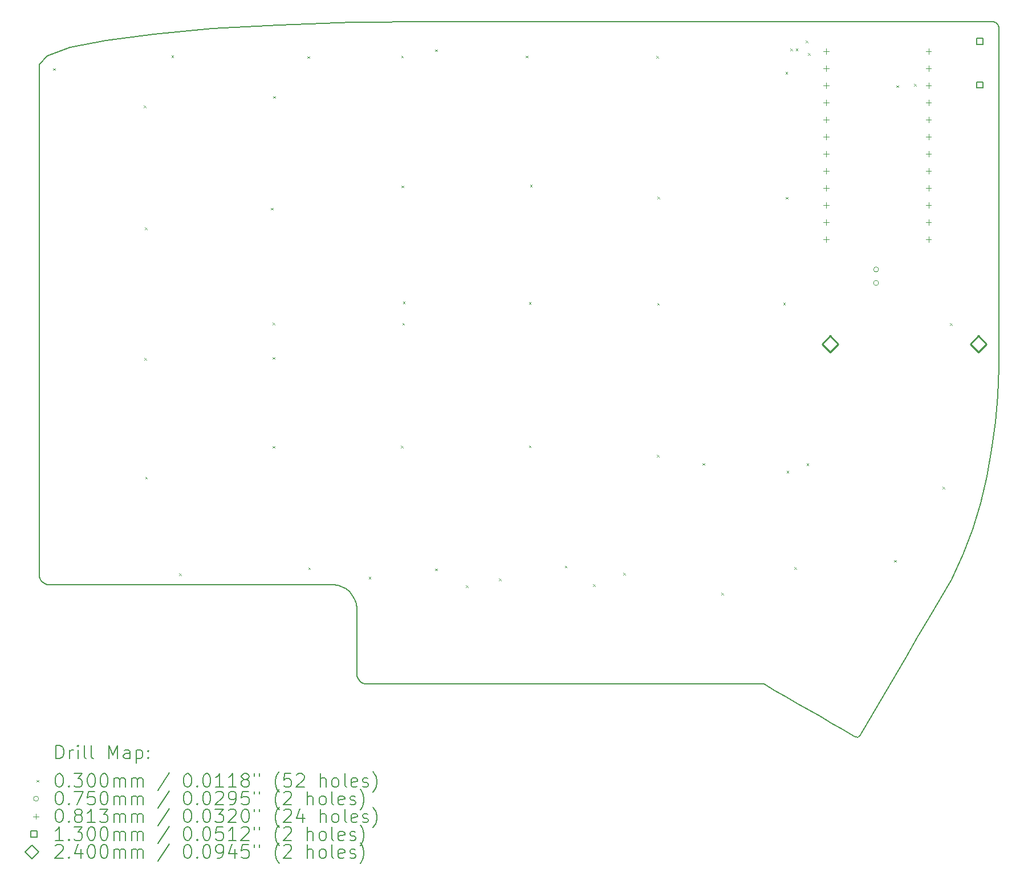
<source format=gbr>
%TF.GenerationSoftware,KiCad,Pcbnew,7.0.10*%
%TF.CreationDate,2024-03-21T01:03:03+01:00*%
%TF.ProjectId,allium58,616c6c69-756d-4353-982e-6b696361645f,rev?*%
%TF.SameCoordinates,Original*%
%TF.FileFunction,Drillmap*%
%TF.FilePolarity,Positive*%
%FSLAX45Y45*%
G04 Gerber Fmt 4.5, Leading zero omitted, Abs format (unit mm)*
G04 Created by KiCad (PCBNEW 7.0.10) date 2024-03-21 01:03:03*
%MOMM*%
%LPD*%
G01*
G04 APERTURE LIST*
%ADD10C,0.200000*%
%ADD11C,0.100000*%
%ADD12C,0.130000*%
%ADD13C,0.240000*%
G04 APERTURE END LIST*
D10*
X16814992Y-3708676D02*
X15774208Y-3708676D01*
X2817813Y-12078973D02*
X2787563Y-12075929D01*
X14097859Y-13939120D02*
X14265428Y-14036134D01*
X16814992Y-3708676D02*
X16836166Y-3710807D01*
X7381878Y-13281601D02*
X7381878Y-13159797D01*
X13930290Y-13842106D02*
X14097859Y-13939120D01*
X7381878Y-12794385D02*
X7381878Y-12672581D01*
X16046956Y-12285474D02*
X16214526Y-11998842D01*
X5978361Y-12078973D02*
X6505120Y-12078973D01*
X16873719Y-3726596D02*
X16889256Y-3739412D01*
X4924845Y-12078973D02*
X5451603Y-12078973D01*
X7314856Y-3721565D02*
X6221859Y-3758537D01*
X14768137Y-14327176D02*
X14784926Y-14335728D01*
X16920060Y-7597836D02*
X16920060Y-8228530D01*
X11611075Y-3708676D02*
X10570291Y-3708676D01*
X7031878Y-12078973D02*
X7102460Y-12086078D01*
X14784926Y-14335728D02*
X14800792Y-14340447D01*
X2785966Y-4215619D02*
X2667813Y-4343676D01*
X7102460Y-12086078D02*
X7168180Y-12106456D01*
X7168180Y-12106456D02*
X7227635Y-12138706D01*
X14432998Y-14133148D02*
X14600567Y-14230162D01*
X12690543Y-13551166D02*
X13427495Y-13551166D01*
X16889256Y-3739412D02*
X16902072Y-3754949D01*
X2733917Y-12053374D02*
X2711721Y-12035065D01*
X7384922Y-13431415D02*
X7381878Y-13401166D01*
X16836166Y-3710807D02*
X16855882Y-3716921D01*
X9742734Y-13551166D02*
X10479687Y-13551166D01*
X3344571Y-12078973D02*
X3871329Y-12078973D01*
X2667813Y-11928973D02*
X2667813Y-10980811D01*
X2787563Y-12075929D02*
X2759397Y-12067195D01*
X15879387Y-12572106D02*
X16046956Y-12285474D01*
X2670857Y-11959223D02*
X2667813Y-11928973D01*
X3124881Y-4096385D02*
X2785966Y-4215619D01*
X2667813Y-6240000D02*
X2667813Y-5291838D01*
X7501628Y-13548121D02*
X7473463Y-13539388D01*
X16920060Y-3813676D02*
X16920060Y-4444370D01*
X13692641Y-3708676D02*
X12651858Y-3708676D01*
X7393656Y-13459581D02*
X7384922Y-13431415D01*
X9529508Y-3708676D02*
X8488725Y-3708676D01*
X7447982Y-13525566D02*
X7425786Y-13507257D01*
X7531878Y-13551166D02*
X8268830Y-13551166D01*
X12651858Y-3708676D02*
X11611075Y-3708676D01*
X10570291Y-3708676D02*
X9529508Y-3708676D01*
X7407478Y-13485062D02*
X7393656Y-13459581D01*
X14265428Y-14036134D02*
X14432998Y-14133148D01*
X16811715Y-10069083D02*
X16864783Y-9665766D01*
X4371737Y-3894556D02*
X3661243Y-3988516D01*
X13595151Y-13648078D02*
X13762720Y-13745092D01*
X16920060Y-5705756D02*
X16920060Y-6336449D01*
X6505120Y-12078973D02*
X7031878Y-12078973D01*
X7381878Y-13401166D02*
X7381878Y-13281601D01*
X2667813Y-5291838D02*
X2667813Y-4343676D01*
X14733425Y-3708676D02*
X13692641Y-3708676D01*
X2667813Y-8136324D02*
X2667813Y-7188162D01*
X13762720Y-13745092D02*
X13930290Y-13842106D01*
X7279424Y-12181427D02*
X7322145Y-12233216D01*
X16920060Y-6967143D02*
X16920060Y-7597836D01*
X2679591Y-11987389D02*
X2670857Y-11959223D01*
X16902072Y-3754949D02*
X16911747Y-3772785D01*
X15544248Y-13145370D02*
X15711817Y-12858738D01*
X15209109Y-13718634D02*
X15376678Y-13432002D01*
X15774208Y-3708676D02*
X14733425Y-3708676D01*
X10479687Y-13551166D02*
X11216639Y-13551166D01*
X7354395Y-12292671D02*
X7374773Y-12358391D01*
X2667813Y-7188162D02*
X2667813Y-6240000D01*
X7425786Y-13507257D02*
X7407478Y-13485062D01*
X15711817Y-12858738D02*
X15879387Y-12572106D01*
X7381878Y-12550777D02*
X7381878Y-12428973D01*
X16645012Y-10864913D02*
X16739104Y-10469525D01*
X2759397Y-12067195D02*
X2733917Y-12053374D01*
X4398087Y-12078973D02*
X4924845Y-12078973D01*
X7381878Y-13037993D02*
X7381878Y-12916189D01*
X14815687Y-14341397D02*
X14829566Y-14338644D01*
X5233047Y-3817049D02*
X4371737Y-3894556D01*
X2711721Y-12035065D02*
X2693413Y-12012870D01*
X14854083Y-14322288D02*
X14864629Y-14308815D01*
X16855882Y-3716921D02*
X16873719Y-3726596D01*
X8268830Y-13551166D02*
X9005782Y-13551166D01*
X14600567Y-14230162D02*
X14768137Y-14327176D01*
X6221859Y-3758537D02*
X5233047Y-3817049D01*
X2693413Y-12012870D02*
X2679591Y-11987389D01*
X16739104Y-10469525D02*
X16811715Y-10069083D01*
X2817813Y-12078973D02*
X3344571Y-12078973D01*
X15041540Y-14005266D02*
X15209109Y-13718634D01*
X13427581Y-13551064D02*
X13595151Y-13648078D01*
X3661243Y-3988516D02*
X3124881Y-4096385D01*
X15376678Y-13432002D02*
X15544248Y-13145370D01*
X2667813Y-9084487D02*
X2667813Y-8136324D01*
X7381878Y-12672581D02*
X7381878Y-12550777D01*
X16911747Y-3772785D02*
X16917860Y-3792501D01*
X16527502Y-11253067D02*
X16645012Y-10864913D01*
X7322145Y-12233216D02*
X7354395Y-12292671D01*
X5451603Y-12078973D02*
X5978361Y-12078973D01*
X14864629Y-14308815D02*
X14873970Y-14291898D01*
X16917860Y-3792501D02*
X16919992Y-3813676D01*
X16214479Y-11998954D02*
X16384637Y-11631807D01*
X16864783Y-9665766D02*
X16900244Y-9261756D01*
X7374773Y-12358391D02*
X7381878Y-12428973D01*
X7473463Y-13539388D02*
X7447982Y-13525566D01*
X16920060Y-6336449D02*
X16920060Y-6967143D01*
X16920060Y-5075063D02*
X16920060Y-5705756D01*
X14873970Y-14291898D02*
X15041540Y-14005266D01*
X14842380Y-14332253D02*
X14854083Y-14322288D01*
X7381878Y-12916189D02*
X7381878Y-12794385D01*
X2667813Y-10980811D02*
X2667813Y-10032649D01*
X16920060Y-8228530D02*
X16920060Y-8859223D01*
X7381878Y-13159797D02*
X7381878Y-13037993D01*
X14829566Y-14338644D02*
X14842380Y-14332253D01*
X8488725Y-3708676D02*
X7314856Y-3721565D01*
X16920060Y-4444370D02*
X16920060Y-5075063D01*
X7227635Y-12138706D02*
X7279424Y-12181427D01*
X3871329Y-12078973D02*
X4398087Y-12078973D01*
X11216639Y-13551166D02*
X11953591Y-13551166D01*
X9005782Y-13551166D02*
X9742734Y-13551166D01*
X11953591Y-13551166D02*
X12690543Y-13551166D01*
X2667813Y-10032649D02*
X2667813Y-9084487D01*
X7531878Y-13551166D02*
X7501628Y-13548121D01*
X16900244Y-9261756D02*
X16920035Y-8859232D01*
X14800792Y-14340447D02*
X14815687Y-14341397D01*
X16384637Y-11631807D02*
X16527502Y-11253067D01*
D11*
X2872980Y-4402060D02*
X2902980Y-4432060D01*
X2902980Y-4402060D02*
X2872980Y-4432060D01*
X4219180Y-4955780D02*
X4249180Y-4985780D01*
X4249180Y-4955780D02*
X4219180Y-4985780D01*
X4231880Y-8709900D02*
X4261880Y-8739900D01*
X4261880Y-8709900D02*
X4231880Y-8739900D01*
X4236960Y-6769340D02*
X4266960Y-6799340D01*
X4266960Y-6769340D02*
X4236960Y-6799340D01*
X4242040Y-10472700D02*
X4272040Y-10502700D01*
X4272040Y-10472700D02*
X4242040Y-10502700D01*
X4630660Y-4214100D02*
X4660660Y-4244100D01*
X4660660Y-4214100D02*
X4630660Y-4244100D01*
X4744960Y-11910300D02*
X4774960Y-11940300D01*
X4774960Y-11910300D02*
X4744960Y-11940300D01*
X6108940Y-6477240D02*
X6138940Y-6507240D01*
X6138940Y-6477240D02*
X6108940Y-6507240D01*
X6134340Y-8694660D02*
X6164340Y-8724660D01*
X6164340Y-8694660D02*
X6134340Y-8724660D01*
X6134340Y-10015500D02*
X6164340Y-10045500D01*
X6164340Y-10015500D02*
X6134340Y-10045500D01*
X6136880Y-8181580D02*
X6166880Y-8211580D01*
X6166880Y-8181580D02*
X6136880Y-8211580D01*
X6144500Y-4818620D02*
X6174500Y-4848620D01*
X6174500Y-4818620D02*
X6144500Y-4848620D01*
X6649960Y-4224260D02*
X6679960Y-4254260D01*
X6679960Y-4224260D02*
X6649960Y-4254260D01*
X6662660Y-11818900D02*
X6692660Y-11848900D01*
X6692660Y-11818900D02*
X6662660Y-11848900D01*
X7561820Y-11958600D02*
X7591820Y-11988600D01*
X7591820Y-11958600D02*
X7561820Y-11988600D01*
X8039340Y-10012900D02*
X8069340Y-10042900D01*
X8069340Y-10012900D02*
X8039340Y-10042900D01*
X8044420Y-4218130D02*
X8074420Y-4248130D01*
X8074420Y-4218130D02*
X8044420Y-4248130D01*
X8046960Y-6147040D02*
X8076960Y-6177040D01*
X8076960Y-6147040D02*
X8046960Y-6177040D01*
X8059660Y-8186660D02*
X8089660Y-8216660D01*
X8089660Y-8186660D02*
X8059660Y-8216660D01*
X8069820Y-7869160D02*
X8099820Y-7899160D01*
X8099820Y-7869160D02*
X8069820Y-7899160D01*
X8547340Y-11836600D02*
X8577340Y-11866600D01*
X8577340Y-11836600D02*
X8547340Y-11866600D01*
X8549880Y-4125200D02*
X8579880Y-4155200D01*
X8579880Y-4125200D02*
X8549880Y-4155200D01*
X9007080Y-12085600D02*
X9037080Y-12115600D01*
X9037080Y-12085600D02*
X9007080Y-12115600D01*
X9494760Y-11984000D02*
X9524760Y-12014000D01*
X9524760Y-11984000D02*
X9494760Y-12014000D01*
X9893540Y-4216640D02*
X9923540Y-4246640D01*
X9923540Y-4216640D02*
X9893540Y-4246640D01*
X9939260Y-7876780D02*
X9969260Y-7906780D01*
X9969260Y-7876780D02*
X9939260Y-7906780D01*
X9939260Y-10007800D02*
X9969260Y-10037800D01*
X9969260Y-10007800D02*
X9939260Y-10037800D01*
X9957040Y-6134340D02*
X9987040Y-6164340D01*
X9987040Y-6134340D02*
X9957040Y-6164340D01*
X10472700Y-11793500D02*
X10502700Y-11823500D01*
X10502700Y-11793500D02*
X10472700Y-11823500D01*
X10891800Y-12070300D02*
X10921800Y-12100300D01*
X10921800Y-12070300D02*
X10891800Y-12100300D01*
X11343900Y-11900100D02*
X11373900Y-11930100D01*
X11373900Y-11900100D02*
X11343900Y-11930100D01*
X11834100Y-4221720D02*
X11864100Y-4251720D01*
X11864100Y-4221720D02*
X11834100Y-4251720D01*
X11839200Y-10147500D02*
X11869200Y-10177500D01*
X11869200Y-10147500D02*
X11839200Y-10177500D01*
X11846800Y-7892020D02*
X11876800Y-7922020D01*
X11876800Y-7892020D02*
X11846800Y-7922020D01*
X11851900Y-6312140D02*
X11881900Y-6342140D01*
X11881900Y-6312140D02*
X11851900Y-6342140D01*
X12516300Y-10269500D02*
X12546300Y-10299500D01*
X12546300Y-10269500D02*
X12516300Y-10299500D01*
X12799300Y-12194800D02*
X12829300Y-12224800D01*
X12829300Y-12194800D02*
X12799300Y-12224800D01*
X13716200Y-7886940D02*
X13746200Y-7916940D01*
X13746200Y-7886940D02*
X13716200Y-7916940D01*
X13749300Y-4457940D02*
X13779300Y-4487940D01*
X13779300Y-4457940D02*
X13749300Y-4487940D01*
X13756900Y-6317220D02*
X13786900Y-6347220D01*
X13786900Y-6317220D02*
X13756900Y-6347220D01*
X13767000Y-10386300D02*
X13797000Y-10416300D01*
X13797000Y-10386300D02*
X13767000Y-10416300D01*
X13824250Y-4112500D02*
X13854250Y-4142500D01*
X13854250Y-4112500D02*
X13824250Y-4142500D01*
X13881300Y-11816300D02*
X13911300Y-11846300D01*
X13911300Y-11816300D02*
X13881300Y-11846300D01*
X13904200Y-4112500D02*
X13934200Y-4142500D01*
X13934200Y-4112500D02*
X13904200Y-4142500D01*
X14049000Y-3993120D02*
X14079000Y-4023120D01*
X14079000Y-3993120D02*
X14049000Y-4023120D01*
X14064200Y-10277100D02*
X14094200Y-10307100D01*
X14094200Y-10277100D02*
X14064200Y-10307100D01*
X14087080Y-4181080D02*
X14117080Y-4211080D01*
X14117080Y-4181080D02*
X14087080Y-4211080D01*
X15362160Y-11709640D02*
X15392160Y-11739640D01*
X15392160Y-11709640D02*
X15362160Y-11739640D01*
X15397700Y-4658600D02*
X15427700Y-4688600D01*
X15427700Y-4658600D02*
X15397700Y-4688600D01*
X15661900Y-4635740D02*
X15691900Y-4665740D01*
X15691900Y-4635740D02*
X15661900Y-4665740D01*
X16083500Y-10620000D02*
X16113500Y-10650000D01*
X16113500Y-10620000D02*
X16083500Y-10650000D01*
X16192700Y-8191740D02*
X16222700Y-8221740D01*
X16222700Y-8191740D02*
X16192700Y-8221740D01*
X15132720Y-7393000D02*
G75*
G03*
X15057720Y-7393000I-37500J0D01*
G01*
X15057720Y-7393000D02*
G75*
G03*
X15132720Y-7393000I37500J0D01*
G01*
X15132720Y-7593000D02*
G75*
G03*
X15057720Y-7593000I-37500J0D01*
G01*
X15057720Y-7593000D02*
G75*
G03*
X15132720Y-7593000I37500J0D01*
G01*
X14352950Y-4111560D02*
X14352950Y-4192840D01*
X14312310Y-4152200D02*
X14393590Y-4152200D01*
X14352950Y-4365560D02*
X14352950Y-4446840D01*
X14312310Y-4406200D02*
X14393590Y-4406200D01*
X14352950Y-4619560D02*
X14352950Y-4700840D01*
X14312310Y-4660200D02*
X14393590Y-4660200D01*
X14352950Y-4873560D02*
X14352950Y-4954840D01*
X14312310Y-4914200D02*
X14393590Y-4914200D01*
X14352950Y-5127560D02*
X14352950Y-5208840D01*
X14312310Y-5168200D02*
X14393590Y-5168200D01*
X14352950Y-5381560D02*
X14352950Y-5462840D01*
X14312310Y-5422200D02*
X14393590Y-5422200D01*
X14352950Y-5635560D02*
X14352950Y-5716840D01*
X14312310Y-5676200D02*
X14393590Y-5676200D01*
X14352950Y-5889560D02*
X14352950Y-5970840D01*
X14312310Y-5930200D02*
X14393590Y-5930200D01*
X14352950Y-6143560D02*
X14352950Y-6224840D01*
X14312310Y-6184200D02*
X14393590Y-6184200D01*
X14352950Y-6397560D02*
X14352950Y-6478840D01*
X14312310Y-6438200D02*
X14393590Y-6438200D01*
X14352950Y-6651560D02*
X14352950Y-6732840D01*
X14312310Y-6692200D02*
X14393590Y-6692200D01*
X14352950Y-6905560D02*
X14352950Y-6986840D01*
X14312310Y-6946200D02*
X14393590Y-6946200D01*
X15874950Y-4111560D02*
X15874950Y-4192840D01*
X15834310Y-4152200D02*
X15915590Y-4152200D01*
X15874950Y-4365560D02*
X15874950Y-4446840D01*
X15834310Y-4406200D02*
X15915590Y-4406200D01*
X15874950Y-4619560D02*
X15874950Y-4700840D01*
X15834310Y-4660200D02*
X15915590Y-4660200D01*
X15874950Y-4873560D02*
X15874950Y-4954840D01*
X15834310Y-4914200D02*
X15915590Y-4914200D01*
X15874950Y-5127560D02*
X15874950Y-5208840D01*
X15834310Y-5168200D02*
X15915590Y-5168200D01*
X15874950Y-5381560D02*
X15874950Y-5462840D01*
X15834310Y-5422200D02*
X15915590Y-5422200D01*
X15874950Y-5635560D02*
X15874950Y-5716840D01*
X15834310Y-5676200D02*
X15915590Y-5676200D01*
X15874950Y-5889560D02*
X15874950Y-5970840D01*
X15834310Y-5930200D02*
X15915590Y-5930200D01*
X15874950Y-6143560D02*
X15874950Y-6224840D01*
X15834310Y-6184200D02*
X15915590Y-6184200D01*
X15874950Y-6397560D02*
X15874950Y-6478840D01*
X15834310Y-6438200D02*
X15915590Y-6438200D01*
X15874950Y-6651560D02*
X15874950Y-6732840D01*
X15834310Y-6692200D02*
X15915590Y-6692200D01*
X15874950Y-6905560D02*
X15874950Y-6986840D01*
X15834310Y-6946200D02*
X15915590Y-6946200D01*
D12*
X16682962Y-4046462D02*
X16682962Y-3954538D01*
X16591038Y-3954538D01*
X16591038Y-4046462D01*
X16682962Y-4046462D01*
X16682962Y-4696462D02*
X16682962Y-4604538D01*
X16591038Y-4604538D01*
X16591038Y-4696462D01*
X16682962Y-4696462D01*
D13*
X14413810Y-8620000D02*
X14533810Y-8500000D01*
X14413810Y-8380000D01*
X14293810Y-8500000D01*
X14413810Y-8620000D01*
X16613810Y-8620000D02*
X16733810Y-8500000D01*
X16613810Y-8380000D01*
X16493810Y-8500000D01*
X16613810Y-8620000D01*
D10*
X2918589Y-14662881D02*
X2918589Y-14462881D01*
X2918589Y-14462881D02*
X2966208Y-14462881D01*
X2966208Y-14462881D02*
X2994780Y-14472405D01*
X2994780Y-14472405D02*
X3013827Y-14491453D01*
X3013827Y-14491453D02*
X3023351Y-14510500D01*
X3023351Y-14510500D02*
X3032875Y-14548595D01*
X3032875Y-14548595D02*
X3032875Y-14577167D01*
X3032875Y-14577167D02*
X3023351Y-14615262D01*
X3023351Y-14615262D02*
X3013827Y-14634310D01*
X3013827Y-14634310D02*
X2994780Y-14653357D01*
X2994780Y-14653357D02*
X2966208Y-14662881D01*
X2966208Y-14662881D02*
X2918589Y-14662881D01*
X3118589Y-14662881D02*
X3118589Y-14529548D01*
X3118589Y-14567643D02*
X3128113Y-14548595D01*
X3128113Y-14548595D02*
X3137637Y-14539072D01*
X3137637Y-14539072D02*
X3156685Y-14529548D01*
X3156685Y-14529548D02*
X3175732Y-14529548D01*
X3242399Y-14662881D02*
X3242399Y-14529548D01*
X3242399Y-14462881D02*
X3232875Y-14472405D01*
X3232875Y-14472405D02*
X3242399Y-14481929D01*
X3242399Y-14481929D02*
X3251923Y-14472405D01*
X3251923Y-14472405D02*
X3242399Y-14462881D01*
X3242399Y-14462881D02*
X3242399Y-14481929D01*
X3366208Y-14662881D02*
X3347161Y-14653357D01*
X3347161Y-14653357D02*
X3337637Y-14634310D01*
X3337637Y-14634310D02*
X3337637Y-14462881D01*
X3470970Y-14662881D02*
X3451923Y-14653357D01*
X3451923Y-14653357D02*
X3442399Y-14634310D01*
X3442399Y-14634310D02*
X3442399Y-14462881D01*
X3699542Y-14662881D02*
X3699542Y-14462881D01*
X3699542Y-14462881D02*
X3766208Y-14605738D01*
X3766208Y-14605738D02*
X3832875Y-14462881D01*
X3832875Y-14462881D02*
X3832875Y-14662881D01*
X4013827Y-14662881D02*
X4013827Y-14558119D01*
X4013827Y-14558119D02*
X4004304Y-14539072D01*
X4004304Y-14539072D02*
X3985256Y-14529548D01*
X3985256Y-14529548D02*
X3947161Y-14529548D01*
X3947161Y-14529548D02*
X3928113Y-14539072D01*
X4013827Y-14653357D02*
X3994780Y-14662881D01*
X3994780Y-14662881D02*
X3947161Y-14662881D01*
X3947161Y-14662881D02*
X3928113Y-14653357D01*
X3928113Y-14653357D02*
X3918589Y-14634310D01*
X3918589Y-14634310D02*
X3918589Y-14615262D01*
X3918589Y-14615262D02*
X3928113Y-14596214D01*
X3928113Y-14596214D02*
X3947161Y-14586691D01*
X3947161Y-14586691D02*
X3994780Y-14586691D01*
X3994780Y-14586691D02*
X4013827Y-14577167D01*
X4109066Y-14529548D02*
X4109066Y-14729548D01*
X4109066Y-14539072D02*
X4128113Y-14529548D01*
X4128113Y-14529548D02*
X4166208Y-14529548D01*
X4166208Y-14529548D02*
X4185256Y-14539072D01*
X4185256Y-14539072D02*
X4194780Y-14548595D01*
X4194780Y-14548595D02*
X4204304Y-14567643D01*
X4204304Y-14567643D02*
X4204304Y-14624786D01*
X4204304Y-14624786D02*
X4194780Y-14643833D01*
X4194780Y-14643833D02*
X4185256Y-14653357D01*
X4185256Y-14653357D02*
X4166208Y-14662881D01*
X4166208Y-14662881D02*
X4128113Y-14662881D01*
X4128113Y-14662881D02*
X4109066Y-14653357D01*
X4290018Y-14643833D02*
X4299542Y-14653357D01*
X4299542Y-14653357D02*
X4290018Y-14662881D01*
X4290018Y-14662881D02*
X4280494Y-14653357D01*
X4280494Y-14653357D02*
X4290018Y-14643833D01*
X4290018Y-14643833D02*
X4290018Y-14662881D01*
X4290018Y-14539072D02*
X4299542Y-14548595D01*
X4299542Y-14548595D02*
X4290018Y-14558119D01*
X4290018Y-14558119D02*
X4280494Y-14548595D01*
X4280494Y-14548595D02*
X4290018Y-14539072D01*
X4290018Y-14539072D02*
X4290018Y-14558119D01*
D11*
X2627813Y-14976397D02*
X2657813Y-15006397D01*
X2657813Y-14976397D02*
X2627813Y-15006397D01*
D10*
X2956685Y-14882881D02*
X2975732Y-14882881D01*
X2975732Y-14882881D02*
X2994780Y-14892405D01*
X2994780Y-14892405D02*
X3004304Y-14901929D01*
X3004304Y-14901929D02*
X3013827Y-14920976D01*
X3013827Y-14920976D02*
X3023351Y-14959072D01*
X3023351Y-14959072D02*
X3023351Y-15006691D01*
X3023351Y-15006691D02*
X3013827Y-15044786D01*
X3013827Y-15044786D02*
X3004304Y-15063833D01*
X3004304Y-15063833D02*
X2994780Y-15073357D01*
X2994780Y-15073357D02*
X2975732Y-15082881D01*
X2975732Y-15082881D02*
X2956685Y-15082881D01*
X2956685Y-15082881D02*
X2937637Y-15073357D01*
X2937637Y-15073357D02*
X2928113Y-15063833D01*
X2928113Y-15063833D02*
X2918589Y-15044786D01*
X2918589Y-15044786D02*
X2909066Y-15006691D01*
X2909066Y-15006691D02*
X2909066Y-14959072D01*
X2909066Y-14959072D02*
X2918589Y-14920976D01*
X2918589Y-14920976D02*
X2928113Y-14901929D01*
X2928113Y-14901929D02*
X2937637Y-14892405D01*
X2937637Y-14892405D02*
X2956685Y-14882881D01*
X3109066Y-15063833D02*
X3118589Y-15073357D01*
X3118589Y-15073357D02*
X3109066Y-15082881D01*
X3109066Y-15082881D02*
X3099542Y-15073357D01*
X3099542Y-15073357D02*
X3109066Y-15063833D01*
X3109066Y-15063833D02*
X3109066Y-15082881D01*
X3185256Y-14882881D02*
X3309066Y-14882881D01*
X3309066Y-14882881D02*
X3242399Y-14959072D01*
X3242399Y-14959072D02*
X3270970Y-14959072D01*
X3270970Y-14959072D02*
X3290018Y-14968595D01*
X3290018Y-14968595D02*
X3299542Y-14978119D01*
X3299542Y-14978119D02*
X3309066Y-14997167D01*
X3309066Y-14997167D02*
X3309066Y-15044786D01*
X3309066Y-15044786D02*
X3299542Y-15063833D01*
X3299542Y-15063833D02*
X3290018Y-15073357D01*
X3290018Y-15073357D02*
X3270970Y-15082881D01*
X3270970Y-15082881D02*
X3213827Y-15082881D01*
X3213827Y-15082881D02*
X3194780Y-15073357D01*
X3194780Y-15073357D02*
X3185256Y-15063833D01*
X3432875Y-14882881D02*
X3451923Y-14882881D01*
X3451923Y-14882881D02*
X3470970Y-14892405D01*
X3470970Y-14892405D02*
X3480494Y-14901929D01*
X3480494Y-14901929D02*
X3490018Y-14920976D01*
X3490018Y-14920976D02*
X3499542Y-14959072D01*
X3499542Y-14959072D02*
X3499542Y-15006691D01*
X3499542Y-15006691D02*
X3490018Y-15044786D01*
X3490018Y-15044786D02*
X3480494Y-15063833D01*
X3480494Y-15063833D02*
X3470970Y-15073357D01*
X3470970Y-15073357D02*
X3451923Y-15082881D01*
X3451923Y-15082881D02*
X3432875Y-15082881D01*
X3432875Y-15082881D02*
X3413827Y-15073357D01*
X3413827Y-15073357D02*
X3404304Y-15063833D01*
X3404304Y-15063833D02*
X3394780Y-15044786D01*
X3394780Y-15044786D02*
X3385256Y-15006691D01*
X3385256Y-15006691D02*
X3385256Y-14959072D01*
X3385256Y-14959072D02*
X3394780Y-14920976D01*
X3394780Y-14920976D02*
X3404304Y-14901929D01*
X3404304Y-14901929D02*
X3413827Y-14892405D01*
X3413827Y-14892405D02*
X3432875Y-14882881D01*
X3623351Y-14882881D02*
X3642399Y-14882881D01*
X3642399Y-14882881D02*
X3661447Y-14892405D01*
X3661447Y-14892405D02*
X3670970Y-14901929D01*
X3670970Y-14901929D02*
X3680494Y-14920976D01*
X3680494Y-14920976D02*
X3690018Y-14959072D01*
X3690018Y-14959072D02*
X3690018Y-15006691D01*
X3690018Y-15006691D02*
X3680494Y-15044786D01*
X3680494Y-15044786D02*
X3670970Y-15063833D01*
X3670970Y-15063833D02*
X3661447Y-15073357D01*
X3661447Y-15073357D02*
X3642399Y-15082881D01*
X3642399Y-15082881D02*
X3623351Y-15082881D01*
X3623351Y-15082881D02*
X3604304Y-15073357D01*
X3604304Y-15073357D02*
X3594780Y-15063833D01*
X3594780Y-15063833D02*
X3585256Y-15044786D01*
X3585256Y-15044786D02*
X3575732Y-15006691D01*
X3575732Y-15006691D02*
X3575732Y-14959072D01*
X3575732Y-14959072D02*
X3585256Y-14920976D01*
X3585256Y-14920976D02*
X3594780Y-14901929D01*
X3594780Y-14901929D02*
X3604304Y-14892405D01*
X3604304Y-14892405D02*
X3623351Y-14882881D01*
X3775732Y-15082881D02*
X3775732Y-14949548D01*
X3775732Y-14968595D02*
X3785256Y-14959072D01*
X3785256Y-14959072D02*
X3804304Y-14949548D01*
X3804304Y-14949548D02*
X3832875Y-14949548D01*
X3832875Y-14949548D02*
X3851923Y-14959072D01*
X3851923Y-14959072D02*
X3861447Y-14978119D01*
X3861447Y-14978119D02*
X3861447Y-15082881D01*
X3861447Y-14978119D02*
X3870970Y-14959072D01*
X3870970Y-14959072D02*
X3890018Y-14949548D01*
X3890018Y-14949548D02*
X3918589Y-14949548D01*
X3918589Y-14949548D02*
X3937637Y-14959072D01*
X3937637Y-14959072D02*
X3947161Y-14978119D01*
X3947161Y-14978119D02*
X3947161Y-15082881D01*
X4042399Y-15082881D02*
X4042399Y-14949548D01*
X4042399Y-14968595D02*
X4051923Y-14959072D01*
X4051923Y-14959072D02*
X4070970Y-14949548D01*
X4070970Y-14949548D02*
X4099542Y-14949548D01*
X4099542Y-14949548D02*
X4118589Y-14959072D01*
X4118589Y-14959072D02*
X4128113Y-14978119D01*
X4128113Y-14978119D02*
X4128113Y-15082881D01*
X4128113Y-14978119D02*
X4137637Y-14959072D01*
X4137637Y-14959072D02*
X4156685Y-14949548D01*
X4156685Y-14949548D02*
X4185256Y-14949548D01*
X4185256Y-14949548D02*
X4204304Y-14959072D01*
X4204304Y-14959072D02*
X4213828Y-14978119D01*
X4213828Y-14978119D02*
X4213828Y-15082881D01*
X4604304Y-14873357D02*
X4432875Y-15130500D01*
X4861447Y-14882881D02*
X4880494Y-14882881D01*
X4880494Y-14882881D02*
X4899542Y-14892405D01*
X4899542Y-14892405D02*
X4909066Y-14901929D01*
X4909066Y-14901929D02*
X4918590Y-14920976D01*
X4918590Y-14920976D02*
X4928113Y-14959072D01*
X4928113Y-14959072D02*
X4928113Y-15006691D01*
X4928113Y-15006691D02*
X4918590Y-15044786D01*
X4918590Y-15044786D02*
X4909066Y-15063833D01*
X4909066Y-15063833D02*
X4899542Y-15073357D01*
X4899542Y-15073357D02*
X4880494Y-15082881D01*
X4880494Y-15082881D02*
X4861447Y-15082881D01*
X4861447Y-15082881D02*
X4842399Y-15073357D01*
X4842399Y-15073357D02*
X4832875Y-15063833D01*
X4832875Y-15063833D02*
X4823352Y-15044786D01*
X4823352Y-15044786D02*
X4813828Y-15006691D01*
X4813828Y-15006691D02*
X4813828Y-14959072D01*
X4813828Y-14959072D02*
X4823352Y-14920976D01*
X4823352Y-14920976D02*
X4832875Y-14901929D01*
X4832875Y-14901929D02*
X4842399Y-14892405D01*
X4842399Y-14892405D02*
X4861447Y-14882881D01*
X5013828Y-15063833D02*
X5023352Y-15073357D01*
X5023352Y-15073357D02*
X5013828Y-15082881D01*
X5013828Y-15082881D02*
X5004304Y-15073357D01*
X5004304Y-15073357D02*
X5013828Y-15063833D01*
X5013828Y-15063833D02*
X5013828Y-15082881D01*
X5147161Y-14882881D02*
X5166209Y-14882881D01*
X5166209Y-14882881D02*
X5185256Y-14892405D01*
X5185256Y-14892405D02*
X5194780Y-14901929D01*
X5194780Y-14901929D02*
X5204304Y-14920976D01*
X5204304Y-14920976D02*
X5213828Y-14959072D01*
X5213828Y-14959072D02*
X5213828Y-15006691D01*
X5213828Y-15006691D02*
X5204304Y-15044786D01*
X5204304Y-15044786D02*
X5194780Y-15063833D01*
X5194780Y-15063833D02*
X5185256Y-15073357D01*
X5185256Y-15073357D02*
X5166209Y-15082881D01*
X5166209Y-15082881D02*
X5147161Y-15082881D01*
X5147161Y-15082881D02*
X5128113Y-15073357D01*
X5128113Y-15073357D02*
X5118590Y-15063833D01*
X5118590Y-15063833D02*
X5109066Y-15044786D01*
X5109066Y-15044786D02*
X5099542Y-15006691D01*
X5099542Y-15006691D02*
X5099542Y-14959072D01*
X5099542Y-14959072D02*
X5109066Y-14920976D01*
X5109066Y-14920976D02*
X5118590Y-14901929D01*
X5118590Y-14901929D02*
X5128113Y-14892405D01*
X5128113Y-14892405D02*
X5147161Y-14882881D01*
X5404304Y-15082881D02*
X5290018Y-15082881D01*
X5347161Y-15082881D02*
X5347161Y-14882881D01*
X5347161Y-14882881D02*
X5328113Y-14911453D01*
X5328113Y-14911453D02*
X5309066Y-14930500D01*
X5309066Y-14930500D02*
X5290018Y-14940024D01*
X5594780Y-15082881D02*
X5480494Y-15082881D01*
X5537637Y-15082881D02*
X5537637Y-14882881D01*
X5537637Y-14882881D02*
X5518590Y-14911453D01*
X5518590Y-14911453D02*
X5499542Y-14930500D01*
X5499542Y-14930500D02*
X5480494Y-14940024D01*
X5709066Y-14968595D02*
X5690018Y-14959072D01*
X5690018Y-14959072D02*
X5680494Y-14949548D01*
X5680494Y-14949548D02*
X5670971Y-14930500D01*
X5670971Y-14930500D02*
X5670971Y-14920976D01*
X5670971Y-14920976D02*
X5680494Y-14901929D01*
X5680494Y-14901929D02*
X5690018Y-14892405D01*
X5690018Y-14892405D02*
X5709066Y-14882881D01*
X5709066Y-14882881D02*
X5747161Y-14882881D01*
X5747161Y-14882881D02*
X5766209Y-14892405D01*
X5766209Y-14892405D02*
X5775732Y-14901929D01*
X5775732Y-14901929D02*
X5785256Y-14920976D01*
X5785256Y-14920976D02*
X5785256Y-14930500D01*
X5785256Y-14930500D02*
X5775732Y-14949548D01*
X5775732Y-14949548D02*
X5766209Y-14959072D01*
X5766209Y-14959072D02*
X5747161Y-14968595D01*
X5747161Y-14968595D02*
X5709066Y-14968595D01*
X5709066Y-14968595D02*
X5690018Y-14978119D01*
X5690018Y-14978119D02*
X5680494Y-14987643D01*
X5680494Y-14987643D02*
X5670971Y-15006691D01*
X5670971Y-15006691D02*
X5670971Y-15044786D01*
X5670971Y-15044786D02*
X5680494Y-15063833D01*
X5680494Y-15063833D02*
X5690018Y-15073357D01*
X5690018Y-15073357D02*
X5709066Y-15082881D01*
X5709066Y-15082881D02*
X5747161Y-15082881D01*
X5747161Y-15082881D02*
X5766209Y-15073357D01*
X5766209Y-15073357D02*
X5775732Y-15063833D01*
X5775732Y-15063833D02*
X5785256Y-15044786D01*
X5785256Y-15044786D02*
X5785256Y-15006691D01*
X5785256Y-15006691D02*
X5775732Y-14987643D01*
X5775732Y-14987643D02*
X5766209Y-14978119D01*
X5766209Y-14978119D02*
X5747161Y-14968595D01*
X5861447Y-14882881D02*
X5861447Y-14920976D01*
X5937637Y-14882881D02*
X5937637Y-14920976D01*
X6232875Y-15159072D02*
X6223352Y-15149548D01*
X6223352Y-15149548D02*
X6204304Y-15120976D01*
X6204304Y-15120976D02*
X6194780Y-15101929D01*
X6194780Y-15101929D02*
X6185256Y-15073357D01*
X6185256Y-15073357D02*
X6175733Y-15025738D01*
X6175733Y-15025738D02*
X6175733Y-14987643D01*
X6175733Y-14987643D02*
X6185256Y-14940024D01*
X6185256Y-14940024D02*
X6194780Y-14911453D01*
X6194780Y-14911453D02*
X6204304Y-14892405D01*
X6204304Y-14892405D02*
X6223352Y-14863833D01*
X6223352Y-14863833D02*
X6232875Y-14854310D01*
X6404304Y-14882881D02*
X6309066Y-14882881D01*
X6309066Y-14882881D02*
X6299542Y-14978119D01*
X6299542Y-14978119D02*
X6309066Y-14968595D01*
X6309066Y-14968595D02*
X6328113Y-14959072D01*
X6328113Y-14959072D02*
X6375733Y-14959072D01*
X6375733Y-14959072D02*
X6394780Y-14968595D01*
X6394780Y-14968595D02*
X6404304Y-14978119D01*
X6404304Y-14978119D02*
X6413828Y-14997167D01*
X6413828Y-14997167D02*
X6413828Y-15044786D01*
X6413828Y-15044786D02*
X6404304Y-15063833D01*
X6404304Y-15063833D02*
X6394780Y-15073357D01*
X6394780Y-15073357D02*
X6375733Y-15082881D01*
X6375733Y-15082881D02*
X6328113Y-15082881D01*
X6328113Y-15082881D02*
X6309066Y-15073357D01*
X6309066Y-15073357D02*
X6299542Y-15063833D01*
X6490018Y-14901929D02*
X6499542Y-14892405D01*
X6499542Y-14892405D02*
X6518590Y-14882881D01*
X6518590Y-14882881D02*
X6566209Y-14882881D01*
X6566209Y-14882881D02*
X6585256Y-14892405D01*
X6585256Y-14892405D02*
X6594780Y-14901929D01*
X6594780Y-14901929D02*
X6604304Y-14920976D01*
X6604304Y-14920976D02*
X6604304Y-14940024D01*
X6604304Y-14940024D02*
X6594780Y-14968595D01*
X6594780Y-14968595D02*
X6480494Y-15082881D01*
X6480494Y-15082881D02*
X6604304Y-15082881D01*
X6842399Y-15082881D02*
X6842399Y-14882881D01*
X6928114Y-15082881D02*
X6928114Y-14978119D01*
X6928114Y-14978119D02*
X6918590Y-14959072D01*
X6918590Y-14959072D02*
X6899542Y-14949548D01*
X6899542Y-14949548D02*
X6870971Y-14949548D01*
X6870971Y-14949548D02*
X6851923Y-14959072D01*
X6851923Y-14959072D02*
X6842399Y-14968595D01*
X7051923Y-15082881D02*
X7032875Y-15073357D01*
X7032875Y-15073357D02*
X7023352Y-15063833D01*
X7023352Y-15063833D02*
X7013828Y-15044786D01*
X7013828Y-15044786D02*
X7013828Y-14987643D01*
X7013828Y-14987643D02*
X7023352Y-14968595D01*
X7023352Y-14968595D02*
X7032875Y-14959072D01*
X7032875Y-14959072D02*
X7051923Y-14949548D01*
X7051923Y-14949548D02*
X7080495Y-14949548D01*
X7080495Y-14949548D02*
X7099542Y-14959072D01*
X7099542Y-14959072D02*
X7109066Y-14968595D01*
X7109066Y-14968595D02*
X7118590Y-14987643D01*
X7118590Y-14987643D02*
X7118590Y-15044786D01*
X7118590Y-15044786D02*
X7109066Y-15063833D01*
X7109066Y-15063833D02*
X7099542Y-15073357D01*
X7099542Y-15073357D02*
X7080495Y-15082881D01*
X7080495Y-15082881D02*
X7051923Y-15082881D01*
X7232875Y-15082881D02*
X7213828Y-15073357D01*
X7213828Y-15073357D02*
X7204304Y-15054310D01*
X7204304Y-15054310D02*
X7204304Y-14882881D01*
X7385256Y-15073357D02*
X7366209Y-15082881D01*
X7366209Y-15082881D02*
X7328114Y-15082881D01*
X7328114Y-15082881D02*
X7309066Y-15073357D01*
X7309066Y-15073357D02*
X7299542Y-15054310D01*
X7299542Y-15054310D02*
X7299542Y-14978119D01*
X7299542Y-14978119D02*
X7309066Y-14959072D01*
X7309066Y-14959072D02*
X7328114Y-14949548D01*
X7328114Y-14949548D02*
X7366209Y-14949548D01*
X7366209Y-14949548D02*
X7385256Y-14959072D01*
X7385256Y-14959072D02*
X7394780Y-14978119D01*
X7394780Y-14978119D02*
X7394780Y-14997167D01*
X7394780Y-14997167D02*
X7299542Y-15016214D01*
X7470971Y-15073357D02*
X7490018Y-15082881D01*
X7490018Y-15082881D02*
X7528114Y-15082881D01*
X7528114Y-15082881D02*
X7547161Y-15073357D01*
X7547161Y-15073357D02*
X7556685Y-15054310D01*
X7556685Y-15054310D02*
X7556685Y-15044786D01*
X7556685Y-15044786D02*
X7547161Y-15025738D01*
X7547161Y-15025738D02*
X7528114Y-15016214D01*
X7528114Y-15016214D02*
X7499542Y-15016214D01*
X7499542Y-15016214D02*
X7480495Y-15006691D01*
X7480495Y-15006691D02*
X7470971Y-14987643D01*
X7470971Y-14987643D02*
X7470971Y-14978119D01*
X7470971Y-14978119D02*
X7480495Y-14959072D01*
X7480495Y-14959072D02*
X7499542Y-14949548D01*
X7499542Y-14949548D02*
X7528114Y-14949548D01*
X7528114Y-14949548D02*
X7547161Y-14959072D01*
X7623352Y-15159072D02*
X7632876Y-15149548D01*
X7632876Y-15149548D02*
X7651923Y-15120976D01*
X7651923Y-15120976D02*
X7661447Y-15101929D01*
X7661447Y-15101929D02*
X7670971Y-15073357D01*
X7670971Y-15073357D02*
X7680495Y-15025738D01*
X7680495Y-15025738D02*
X7680495Y-14987643D01*
X7680495Y-14987643D02*
X7670971Y-14940024D01*
X7670971Y-14940024D02*
X7661447Y-14911453D01*
X7661447Y-14911453D02*
X7651923Y-14892405D01*
X7651923Y-14892405D02*
X7632876Y-14863833D01*
X7632876Y-14863833D02*
X7623352Y-14854310D01*
D11*
X2657813Y-15255397D02*
G75*
G03*
X2582813Y-15255397I-37500J0D01*
G01*
X2582813Y-15255397D02*
G75*
G03*
X2657813Y-15255397I37500J0D01*
G01*
D10*
X2956685Y-15146881D02*
X2975732Y-15146881D01*
X2975732Y-15146881D02*
X2994780Y-15156405D01*
X2994780Y-15156405D02*
X3004304Y-15165929D01*
X3004304Y-15165929D02*
X3013827Y-15184976D01*
X3013827Y-15184976D02*
X3023351Y-15223072D01*
X3023351Y-15223072D02*
X3023351Y-15270691D01*
X3023351Y-15270691D02*
X3013827Y-15308786D01*
X3013827Y-15308786D02*
X3004304Y-15327833D01*
X3004304Y-15327833D02*
X2994780Y-15337357D01*
X2994780Y-15337357D02*
X2975732Y-15346881D01*
X2975732Y-15346881D02*
X2956685Y-15346881D01*
X2956685Y-15346881D02*
X2937637Y-15337357D01*
X2937637Y-15337357D02*
X2928113Y-15327833D01*
X2928113Y-15327833D02*
X2918589Y-15308786D01*
X2918589Y-15308786D02*
X2909066Y-15270691D01*
X2909066Y-15270691D02*
X2909066Y-15223072D01*
X2909066Y-15223072D02*
X2918589Y-15184976D01*
X2918589Y-15184976D02*
X2928113Y-15165929D01*
X2928113Y-15165929D02*
X2937637Y-15156405D01*
X2937637Y-15156405D02*
X2956685Y-15146881D01*
X3109066Y-15327833D02*
X3118589Y-15337357D01*
X3118589Y-15337357D02*
X3109066Y-15346881D01*
X3109066Y-15346881D02*
X3099542Y-15337357D01*
X3099542Y-15337357D02*
X3109066Y-15327833D01*
X3109066Y-15327833D02*
X3109066Y-15346881D01*
X3185256Y-15146881D02*
X3318589Y-15146881D01*
X3318589Y-15146881D02*
X3232875Y-15346881D01*
X3490018Y-15146881D02*
X3394780Y-15146881D01*
X3394780Y-15146881D02*
X3385256Y-15242119D01*
X3385256Y-15242119D02*
X3394780Y-15232595D01*
X3394780Y-15232595D02*
X3413827Y-15223072D01*
X3413827Y-15223072D02*
X3461447Y-15223072D01*
X3461447Y-15223072D02*
X3480494Y-15232595D01*
X3480494Y-15232595D02*
X3490018Y-15242119D01*
X3490018Y-15242119D02*
X3499542Y-15261167D01*
X3499542Y-15261167D02*
X3499542Y-15308786D01*
X3499542Y-15308786D02*
X3490018Y-15327833D01*
X3490018Y-15327833D02*
X3480494Y-15337357D01*
X3480494Y-15337357D02*
X3461447Y-15346881D01*
X3461447Y-15346881D02*
X3413827Y-15346881D01*
X3413827Y-15346881D02*
X3394780Y-15337357D01*
X3394780Y-15337357D02*
X3385256Y-15327833D01*
X3623351Y-15146881D02*
X3642399Y-15146881D01*
X3642399Y-15146881D02*
X3661447Y-15156405D01*
X3661447Y-15156405D02*
X3670970Y-15165929D01*
X3670970Y-15165929D02*
X3680494Y-15184976D01*
X3680494Y-15184976D02*
X3690018Y-15223072D01*
X3690018Y-15223072D02*
X3690018Y-15270691D01*
X3690018Y-15270691D02*
X3680494Y-15308786D01*
X3680494Y-15308786D02*
X3670970Y-15327833D01*
X3670970Y-15327833D02*
X3661447Y-15337357D01*
X3661447Y-15337357D02*
X3642399Y-15346881D01*
X3642399Y-15346881D02*
X3623351Y-15346881D01*
X3623351Y-15346881D02*
X3604304Y-15337357D01*
X3604304Y-15337357D02*
X3594780Y-15327833D01*
X3594780Y-15327833D02*
X3585256Y-15308786D01*
X3585256Y-15308786D02*
X3575732Y-15270691D01*
X3575732Y-15270691D02*
X3575732Y-15223072D01*
X3575732Y-15223072D02*
X3585256Y-15184976D01*
X3585256Y-15184976D02*
X3594780Y-15165929D01*
X3594780Y-15165929D02*
X3604304Y-15156405D01*
X3604304Y-15156405D02*
X3623351Y-15146881D01*
X3775732Y-15346881D02*
X3775732Y-15213548D01*
X3775732Y-15232595D02*
X3785256Y-15223072D01*
X3785256Y-15223072D02*
X3804304Y-15213548D01*
X3804304Y-15213548D02*
X3832875Y-15213548D01*
X3832875Y-15213548D02*
X3851923Y-15223072D01*
X3851923Y-15223072D02*
X3861447Y-15242119D01*
X3861447Y-15242119D02*
X3861447Y-15346881D01*
X3861447Y-15242119D02*
X3870970Y-15223072D01*
X3870970Y-15223072D02*
X3890018Y-15213548D01*
X3890018Y-15213548D02*
X3918589Y-15213548D01*
X3918589Y-15213548D02*
X3937637Y-15223072D01*
X3937637Y-15223072D02*
X3947161Y-15242119D01*
X3947161Y-15242119D02*
X3947161Y-15346881D01*
X4042399Y-15346881D02*
X4042399Y-15213548D01*
X4042399Y-15232595D02*
X4051923Y-15223072D01*
X4051923Y-15223072D02*
X4070970Y-15213548D01*
X4070970Y-15213548D02*
X4099542Y-15213548D01*
X4099542Y-15213548D02*
X4118589Y-15223072D01*
X4118589Y-15223072D02*
X4128113Y-15242119D01*
X4128113Y-15242119D02*
X4128113Y-15346881D01*
X4128113Y-15242119D02*
X4137637Y-15223072D01*
X4137637Y-15223072D02*
X4156685Y-15213548D01*
X4156685Y-15213548D02*
X4185256Y-15213548D01*
X4185256Y-15213548D02*
X4204304Y-15223072D01*
X4204304Y-15223072D02*
X4213828Y-15242119D01*
X4213828Y-15242119D02*
X4213828Y-15346881D01*
X4604304Y-15137357D02*
X4432875Y-15394500D01*
X4861447Y-15146881D02*
X4880494Y-15146881D01*
X4880494Y-15146881D02*
X4899542Y-15156405D01*
X4899542Y-15156405D02*
X4909066Y-15165929D01*
X4909066Y-15165929D02*
X4918590Y-15184976D01*
X4918590Y-15184976D02*
X4928113Y-15223072D01*
X4928113Y-15223072D02*
X4928113Y-15270691D01*
X4928113Y-15270691D02*
X4918590Y-15308786D01*
X4918590Y-15308786D02*
X4909066Y-15327833D01*
X4909066Y-15327833D02*
X4899542Y-15337357D01*
X4899542Y-15337357D02*
X4880494Y-15346881D01*
X4880494Y-15346881D02*
X4861447Y-15346881D01*
X4861447Y-15346881D02*
X4842399Y-15337357D01*
X4842399Y-15337357D02*
X4832875Y-15327833D01*
X4832875Y-15327833D02*
X4823352Y-15308786D01*
X4823352Y-15308786D02*
X4813828Y-15270691D01*
X4813828Y-15270691D02*
X4813828Y-15223072D01*
X4813828Y-15223072D02*
X4823352Y-15184976D01*
X4823352Y-15184976D02*
X4832875Y-15165929D01*
X4832875Y-15165929D02*
X4842399Y-15156405D01*
X4842399Y-15156405D02*
X4861447Y-15146881D01*
X5013828Y-15327833D02*
X5023352Y-15337357D01*
X5023352Y-15337357D02*
X5013828Y-15346881D01*
X5013828Y-15346881D02*
X5004304Y-15337357D01*
X5004304Y-15337357D02*
X5013828Y-15327833D01*
X5013828Y-15327833D02*
X5013828Y-15346881D01*
X5147161Y-15146881D02*
X5166209Y-15146881D01*
X5166209Y-15146881D02*
X5185256Y-15156405D01*
X5185256Y-15156405D02*
X5194780Y-15165929D01*
X5194780Y-15165929D02*
X5204304Y-15184976D01*
X5204304Y-15184976D02*
X5213828Y-15223072D01*
X5213828Y-15223072D02*
X5213828Y-15270691D01*
X5213828Y-15270691D02*
X5204304Y-15308786D01*
X5204304Y-15308786D02*
X5194780Y-15327833D01*
X5194780Y-15327833D02*
X5185256Y-15337357D01*
X5185256Y-15337357D02*
X5166209Y-15346881D01*
X5166209Y-15346881D02*
X5147161Y-15346881D01*
X5147161Y-15346881D02*
X5128113Y-15337357D01*
X5128113Y-15337357D02*
X5118590Y-15327833D01*
X5118590Y-15327833D02*
X5109066Y-15308786D01*
X5109066Y-15308786D02*
X5099542Y-15270691D01*
X5099542Y-15270691D02*
X5099542Y-15223072D01*
X5099542Y-15223072D02*
X5109066Y-15184976D01*
X5109066Y-15184976D02*
X5118590Y-15165929D01*
X5118590Y-15165929D02*
X5128113Y-15156405D01*
X5128113Y-15156405D02*
X5147161Y-15146881D01*
X5290018Y-15165929D02*
X5299542Y-15156405D01*
X5299542Y-15156405D02*
X5318590Y-15146881D01*
X5318590Y-15146881D02*
X5366209Y-15146881D01*
X5366209Y-15146881D02*
X5385256Y-15156405D01*
X5385256Y-15156405D02*
X5394780Y-15165929D01*
X5394780Y-15165929D02*
X5404304Y-15184976D01*
X5404304Y-15184976D02*
X5404304Y-15204024D01*
X5404304Y-15204024D02*
X5394780Y-15232595D01*
X5394780Y-15232595D02*
X5280494Y-15346881D01*
X5280494Y-15346881D02*
X5404304Y-15346881D01*
X5499542Y-15346881D02*
X5537637Y-15346881D01*
X5537637Y-15346881D02*
X5556685Y-15337357D01*
X5556685Y-15337357D02*
X5566209Y-15327833D01*
X5566209Y-15327833D02*
X5585256Y-15299262D01*
X5585256Y-15299262D02*
X5594780Y-15261167D01*
X5594780Y-15261167D02*
X5594780Y-15184976D01*
X5594780Y-15184976D02*
X5585256Y-15165929D01*
X5585256Y-15165929D02*
X5575733Y-15156405D01*
X5575733Y-15156405D02*
X5556685Y-15146881D01*
X5556685Y-15146881D02*
X5518590Y-15146881D01*
X5518590Y-15146881D02*
X5499542Y-15156405D01*
X5499542Y-15156405D02*
X5490018Y-15165929D01*
X5490018Y-15165929D02*
X5480494Y-15184976D01*
X5480494Y-15184976D02*
X5480494Y-15232595D01*
X5480494Y-15232595D02*
X5490018Y-15251643D01*
X5490018Y-15251643D02*
X5499542Y-15261167D01*
X5499542Y-15261167D02*
X5518590Y-15270691D01*
X5518590Y-15270691D02*
X5556685Y-15270691D01*
X5556685Y-15270691D02*
X5575733Y-15261167D01*
X5575733Y-15261167D02*
X5585256Y-15251643D01*
X5585256Y-15251643D02*
X5594780Y-15232595D01*
X5775732Y-15146881D02*
X5680494Y-15146881D01*
X5680494Y-15146881D02*
X5670971Y-15242119D01*
X5670971Y-15242119D02*
X5680494Y-15232595D01*
X5680494Y-15232595D02*
X5699542Y-15223072D01*
X5699542Y-15223072D02*
X5747161Y-15223072D01*
X5747161Y-15223072D02*
X5766209Y-15232595D01*
X5766209Y-15232595D02*
X5775732Y-15242119D01*
X5775732Y-15242119D02*
X5785256Y-15261167D01*
X5785256Y-15261167D02*
X5785256Y-15308786D01*
X5785256Y-15308786D02*
X5775732Y-15327833D01*
X5775732Y-15327833D02*
X5766209Y-15337357D01*
X5766209Y-15337357D02*
X5747161Y-15346881D01*
X5747161Y-15346881D02*
X5699542Y-15346881D01*
X5699542Y-15346881D02*
X5680494Y-15337357D01*
X5680494Y-15337357D02*
X5670971Y-15327833D01*
X5861447Y-15146881D02*
X5861447Y-15184976D01*
X5937637Y-15146881D02*
X5937637Y-15184976D01*
X6232875Y-15423072D02*
X6223352Y-15413548D01*
X6223352Y-15413548D02*
X6204304Y-15384976D01*
X6204304Y-15384976D02*
X6194780Y-15365929D01*
X6194780Y-15365929D02*
X6185256Y-15337357D01*
X6185256Y-15337357D02*
X6175733Y-15289738D01*
X6175733Y-15289738D02*
X6175733Y-15251643D01*
X6175733Y-15251643D02*
X6185256Y-15204024D01*
X6185256Y-15204024D02*
X6194780Y-15175453D01*
X6194780Y-15175453D02*
X6204304Y-15156405D01*
X6204304Y-15156405D02*
X6223352Y-15127833D01*
X6223352Y-15127833D02*
X6232875Y-15118310D01*
X6299542Y-15165929D02*
X6309066Y-15156405D01*
X6309066Y-15156405D02*
X6328113Y-15146881D01*
X6328113Y-15146881D02*
X6375733Y-15146881D01*
X6375733Y-15146881D02*
X6394780Y-15156405D01*
X6394780Y-15156405D02*
X6404304Y-15165929D01*
X6404304Y-15165929D02*
X6413828Y-15184976D01*
X6413828Y-15184976D02*
X6413828Y-15204024D01*
X6413828Y-15204024D02*
X6404304Y-15232595D01*
X6404304Y-15232595D02*
X6290018Y-15346881D01*
X6290018Y-15346881D02*
X6413828Y-15346881D01*
X6651923Y-15346881D02*
X6651923Y-15146881D01*
X6737637Y-15346881D02*
X6737637Y-15242119D01*
X6737637Y-15242119D02*
X6728114Y-15223072D01*
X6728114Y-15223072D02*
X6709066Y-15213548D01*
X6709066Y-15213548D02*
X6680494Y-15213548D01*
X6680494Y-15213548D02*
X6661447Y-15223072D01*
X6661447Y-15223072D02*
X6651923Y-15232595D01*
X6861447Y-15346881D02*
X6842399Y-15337357D01*
X6842399Y-15337357D02*
X6832875Y-15327833D01*
X6832875Y-15327833D02*
X6823352Y-15308786D01*
X6823352Y-15308786D02*
X6823352Y-15251643D01*
X6823352Y-15251643D02*
X6832875Y-15232595D01*
X6832875Y-15232595D02*
X6842399Y-15223072D01*
X6842399Y-15223072D02*
X6861447Y-15213548D01*
X6861447Y-15213548D02*
X6890018Y-15213548D01*
X6890018Y-15213548D02*
X6909066Y-15223072D01*
X6909066Y-15223072D02*
X6918590Y-15232595D01*
X6918590Y-15232595D02*
X6928114Y-15251643D01*
X6928114Y-15251643D02*
X6928114Y-15308786D01*
X6928114Y-15308786D02*
X6918590Y-15327833D01*
X6918590Y-15327833D02*
X6909066Y-15337357D01*
X6909066Y-15337357D02*
X6890018Y-15346881D01*
X6890018Y-15346881D02*
X6861447Y-15346881D01*
X7042399Y-15346881D02*
X7023352Y-15337357D01*
X7023352Y-15337357D02*
X7013828Y-15318310D01*
X7013828Y-15318310D02*
X7013828Y-15146881D01*
X7194780Y-15337357D02*
X7175733Y-15346881D01*
X7175733Y-15346881D02*
X7137637Y-15346881D01*
X7137637Y-15346881D02*
X7118590Y-15337357D01*
X7118590Y-15337357D02*
X7109066Y-15318310D01*
X7109066Y-15318310D02*
X7109066Y-15242119D01*
X7109066Y-15242119D02*
X7118590Y-15223072D01*
X7118590Y-15223072D02*
X7137637Y-15213548D01*
X7137637Y-15213548D02*
X7175733Y-15213548D01*
X7175733Y-15213548D02*
X7194780Y-15223072D01*
X7194780Y-15223072D02*
X7204304Y-15242119D01*
X7204304Y-15242119D02*
X7204304Y-15261167D01*
X7204304Y-15261167D02*
X7109066Y-15280214D01*
X7280495Y-15337357D02*
X7299542Y-15346881D01*
X7299542Y-15346881D02*
X7337637Y-15346881D01*
X7337637Y-15346881D02*
X7356685Y-15337357D01*
X7356685Y-15337357D02*
X7366209Y-15318310D01*
X7366209Y-15318310D02*
X7366209Y-15308786D01*
X7366209Y-15308786D02*
X7356685Y-15289738D01*
X7356685Y-15289738D02*
X7337637Y-15280214D01*
X7337637Y-15280214D02*
X7309066Y-15280214D01*
X7309066Y-15280214D02*
X7290018Y-15270691D01*
X7290018Y-15270691D02*
X7280495Y-15251643D01*
X7280495Y-15251643D02*
X7280495Y-15242119D01*
X7280495Y-15242119D02*
X7290018Y-15223072D01*
X7290018Y-15223072D02*
X7309066Y-15213548D01*
X7309066Y-15213548D02*
X7337637Y-15213548D01*
X7337637Y-15213548D02*
X7356685Y-15223072D01*
X7432876Y-15423072D02*
X7442399Y-15413548D01*
X7442399Y-15413548D02*
X7461447Y-15384976D01*
X7461447Y-15384976D02*
X7470971Y-15365929D01*
X7470971Y-15365929D02*
X7480495Y-15337357D01*
X7480495Y-15337357D02*
X7490018Y-15289738D01*
X7490018Y-15289738D02*
X7490018Y-15251643D01*
X7490018Y-15251643D02*
X7480495Y-15204024D01*
X7480495Y-15204024D02*
X7470971Y-15175453D01*
X7470971Y-15175453D02*
X7461447Y-15156405D01*
X7461447Y-15156405D02*
X7442399Y-15127833D01*
X7442399Y-15127833D02*
X7432876Y-15118310D01*
D11*
X2617173Y-15478757D02*
X2617173Y-15560037D01*
X2576533Y-15519397D02*
X2657813Y-15519397D01*
D10*
X2956685Y-15410881D02*
X2975732Y-15410881D01*
X2975732Y-15410881D02*
X2994780Y-15420405D01*
X2994780Y-15420405D02*
X3004304Y-15429929D01*
X3004304Y-15429929D02*
X3013827Y-15448976D01*
X3013827Y-15448976D02*
X3023351Y-15487072D01*
X3023351Y-15487072D02*
X3023351Y-15534691D01*
X3023351Y-15534691D02*
X3013827Y-15572786D01*
X3013827Y-15572786D02*
X3004304Y-15591833D01*
X3004304Y-15591833D02*
X2994780Y-15601357D01*
X2994780Y-15601357D02*
X2975732Y-15610881D01*
X2975732Y-15610881D02*
X2956685Y-15610881D01*
X2956685Y-15610881D02*
X2937637Y-15601357D01*
X2937637Y-15601357D02*
X2928113Y-15591833D01*
X2928113Y-15591833D02*
X2918589Y-15572786D01*
X2918589Y-15572786D02*
X2909066Y-15534691D01*
X2909066Y-15534691D02*
X2909066Y-15487072D01*
X2909066Y-15487072D02*
X2918589Y-15448976D01*
X2918589Y-15448976D02*
X2928113Y-15429929D01*
X2928113Y-15429929D02*
X2937637Y-15420405D01*
X2937637Y-15420405D02*
X2956685Y-15410881D01*
X3109066Y-15591833D02*
X3118589Y-15601357D01*
X3118589Y-15601357D02*
X3109066Y-15610881D01*
X3109066Y-15610881D02*
X3099542Y-15601357D01*
X3099542Y-15601357D02*
X3109066Y-15591833D01*
X3109066Y-15591833D02*
X3109066Y-15610881D01*
X3232875Y-15496595D02*
X3213827Y-15487072D01*
X3213827Y-15487072D02*
X3204304Y-15477548D01*
X3204304Y-15477548D02*
X3194780Y-15458500D01*
X3194780Y-15458500D02*
X3194780Y-15448976D01*
X3194780Y-15448976D02*
X3204304Y-15429929D01*
X3204304Y-15429929D02*
X3213827Y-15420405D01*
X3213827Y-15420405D02*
X3232875Y-15410881D01*
X3232875Y-15410881D02*
X3270970Y-15410881D01*
X3270970Y-15410881D02*
X3290018Y-15420405D01*
X3290018Y-15420405D02*
X3299542Y-15429929D01*
X3299542Y-15429929D02*
X3309066Y-15448976D01*
X3309066Y-15448976D02*
X3309066Y-15458500D01*
X3309066Y-15458500D02*
X3299542Y-15477548D01*
X3299542Y-15477548D02*
X3290018Y-15487072D01*
X3290018Y-15487072D02*
X3270970Y-15496595D01*
X3270970Y-15496595D02*
X3232875Y-15496595D01*
X3232875Y-15496595D02*
X3213827Y-15506119D01*
X3213827Y-15506119D02*
X3204304Y-15515643D01*
X3204304Y-15515643D02*
X3194780Y-15534691D01*
X3194780Y-15534691D02*
X3194780Y-15572786D01*
X3194780Y-15572786D02*
X3204304Y-15591833D01*
X3204304Y-15591833D02*
X3213827Y-15601357D01*
X3213827Y-15601357D02*
X3232875Y-15610881D01*
X3232875Y-15610881D02*
X3270970Y-15610881D01*
X3270970Y-15610881D02*
X3290018Y-15601357D01*
X3290018Y-15601357D02*
X3299542Y-15591833D01*
X3299542Y-15591833D02*
X3309066Y-15572786D01*
X3309066Y-15572786D02*
X3309066Y-15534691D01*
X3309066Y-15534691D02*
X3299542Y-15515643D01*
X3299542Y-15515643D02*
X3290018Y-15506119D01*
X3290018Y-15506119D02*
X3270970Y-15496595D01*
X3499542Y-15610881D02*
X3385256Y-15610881D01*
X3442399Y-15610881D02*
X3442399Y-15410881D01*
X3442399Y-15410881D02*
X3423351Y-15439453D01*
X3423351Y-15439453D02*
X3404304Y-15458500D01*
X3404304Y-15458500D02*
X3385256Y-15468024D01*
X3566208Y-15410881D02*
X3690018Y-15410881D01*
X3690018Y-15410881D02*
X3623351Y-15487072D01*
X3623351Y-15487072D02*
X3651923Y-15487072D01*
X3651923Y-15487072D02*
X3670970Y-15496595D01*
X3670970Y-15496595D02*
X3680494Y-15506119D01*
X3680494Y-15506119D02*
X3690018Y-15525167D01*
X3690018Y-15525167D02*
X3690018Y-15572786D01*
X3690018Y-15572786D02*
X3680494Y-15591833D01*
X3680494Y-15591833D02*
X3670970Y-15601357D01*
X3670970Y-15601357D02*
X3651923Y-15610881D01*
X3651923Y-15610881D02*
X3594780Y-15610881D01*
X3594780Y-15610881D02*
X3575732Y-15601357D01*
X3575732Y-15601357D02*
X3566208Y-15591833D01*
X3775732Y-15610881D02*
X3775732Y-15477548D01*
X3775732Y-15496595D02*
X3785256Y-15487072D01*
X3785256Y-15487072D02*
X3804304Y-15477548D01*
X3804304Y-15477548D02*
X3832875Y-15477548D01*
X3832875Y-15477548D02*
X3851923Y-15487072D01*
X3851923Y-15487072D02*
X3861447Y-15506119D01*
X3861447Y-15506119D02*
X3861447Y-15610881D01*
X3861447Y-15506119D02*
X3870970Y-15487072D01*
X3870970Y-15487072D02*
X3890018Y-15477548D01*
X3890018Y-15477548D02*
X3918589Y-15477548D01*
X3918589Y-15477548D02*
X3937637Y-15487072D01*
X3937637Y-15487072D02*
X3947161Y-15506119D01*
X3947161Y-15506119D02*
X3947161Y-15610881D01*
X4042399Y-15610881D02*
X4042399Y-15477548D01*
X4042399Y-15496595D02*
X4051923Y-15487072D01*
X4051923Y-15487072D02*
X4070970Y-15477548D01*
X4070970Y-15477548D02*
X4099542Y-15477548D01*
X4099542Y-15477548D02*
X4118589Y-15487072D01*
X4118589Y-15487072D02*
X4128113Y-15506119D01*
X4128113Y-15506119D02*
X4128113Y-15610881D01*
X4128113Y-15506119D02*
X4137637Y-15487072D01*
X4137637Y-15487072D02*
X4156685Y-15477548D01*
X4156685Y-15477548D02*
X4185256Y-15477548D01*
X4185256Y-15477548D02*
X4204304Y-15487072D01*
X4204304Y-15487072D02*
X4213828Y-15506119D01*
X4213828Y-15506119D02*
X4213828Y-15610881D01*
X4604304Y-15401357D02*
X4432875Y-15658500D01*
X4861447Y-15410881D02*
X4880494Y-15410881D01*
X4880494Y-15410881D02*
X4899542Y-15420405D01*
X4899542Y-15420405D02*
X4909066Y-15429929D01*
X4909066Y-15429929D02*
X4918590Y-15448976D01*
X4918590Y-15448976D02*
X4928113Y-15487072D01*
X4928113Y-15487072D02*
X4928113Y-15534691D01*
X4928113Y-15534691D02*
X4918590Y-15572786D01*
X4918590Y-15572786D02*
X4909066Y-15591833D01*
X4909066Y-15591833D02*
X4899542Y-15601357D01*
X4899542Y-15601357D02*
X4880494Y-15610881D01*
X4880494Y-15610881D02*
X4861447Y-15610881D01*
X4861447Y-15610881D02*
X4842399Y-15601357D01*
X4842399Y-15601357D02*
X4832875Y-15591833D01*
X4832875Y-15591833D02*
X4823352Y-15572786D01*
X4823352Y-15572786D02*
X4813828Y-15534691D01*
X4813828Y-15534691D02*
X4813828Y-15487072D01*
X4813828Y-15487072D02*
X4823352Y-15448976D01*
X4823352Y-15448976D02*
X4832875Y-15429929D01*
X4832875Y-15429929D02*
X4842399Y-15420405D01*
X4842399Y-15420405D02*
X4861447Y-15410881D01*
X5013828Y-15591833D02*
X5023352Y-15601357D01*
X5023352Y-15601357D02*
X5013828Y-15610881D01*
X5013828Y-15610881D02*
X5004304Y-15601357D01*
X5004304Y-15601357D02*
X5013828Y-15591833D01*
X5013828Y-15591833D02*
X5013828Y-15610881D01*
X5147161Y-15410881D02*
X5166209Y-15410881D01*
X5166209Y-15410881D02*
X5185256Y-15420405D01*
X5185256Y-15420405D02*
X5194780Y-15429929D01*
X5194780Y-15429929D02*
X5204304Y-15448976D01*
X5204304Y-15448976D02*
X5213828Y-15487072D01*
X5213828Y-15487072D02*
X5213828Y-15534691D01*
X5213828Y-15534691D02*
X5204304Y-15572786D01*
X5204304Y-15572786D02*
X5194780Y-15591833D01*
X5194780Y-15591833D02*
X5185256Y-15601357D01*
X5185256Y-15601357D02*
X5166209Y-15610881D01*
X5166209Y-15610881D02*
X5147161Y-15610881D01*
X5147161Y-15610881D02*
X5128113Y-15601357D01*
X5128113Y-15601357D02*
X5118590Y-15591833D01*
X5118590Y-15591833D02*
X5109066Y-15572786D01*
X5109066Y-15572786D02*
X5099542Y-15534691D01*
X5099542Y-15534691D02*
X5099542Y-15487072D01*
X5099542Y-15487072D02*
X5109066Y-15448976D01*
X5109066Y-15448976D02*
X5118590Y-15429929D01*
X5118590Y-15429929D02*
X5128113Y-15420405D01*
X5128113Y-15420405D02*
X5147161Y-15410881D01*
X5280494Y-15410881D02*
X5404304Y-15410881D01*
X5404304Y-15410881D02*
X5337637Y-15487072D01*
X5337637Y-15487072D02*
X5366209Y-15487072D01*
X5366209Y-15487072D02*
X5385256Y-15496595D01*
X5385256Y-15496595D02*
X5394780Y-15506119D01*
X5394780Y-15506119D02*
X5404304Y-15525167D01*
X5404304Y-15525167D02*
X5404304Y-15572786D01*
X5404304Y-15572786D02*
X5394780Y-15591833D01*
X5394780Y-15591833D02*
X5385256Y-15601357D01*
X5385256Y-15601357D02*
X5366209Y-15610881D01*
X5366209Y-15610881D02*
X5309066Y-15610881D01*
X5309066Y-15610881D02*
X5290018Y-15601357D01*
X5290018Y-15601357D02*
X5280494Y-15591833D01*
X5480494Y-15429929D02*
X5490018Y-15420405D01*
X5490018Y-15420405D02*
X5509066Y-15410881D01*
X5509066Y-15410881D02*
X5556685Y-15410881D01*
X5556685Y-15410881D02*
X5575733Y-15420405D01*
X5575733Y-15420405D02*
X5585256Y-15429929D01*
X5585256Y-15429929D02*
X5594780Y-15448976D01*
X5594780Y-15448976D02*
X5594780Y-15468024D01*
X5594780Y-15468024D02*
X5585256Y-15496595D01*
X5585256Y-15496595D02*
X5470971Y-15610881D01*
X5470971Y-15610881D02*
X5594780Y-15610881D01*
X5718590Y-15410881D02*
X5737637Y-15410881D01*
X5737637Y-15410881D02*
X5756685Y-15420405D01*
X5756685Y-15420405D02*
X5766209Y-15429929D01*
X5766209Y-15429929D02*
X5775732Y-15448976D01*
X5775732Y-15448976D02*
X5785256Y-15487072D01*
X5785256Y-15487072D02*
X5785256Y-15534691D01*
X5785256Y-15534691D02*
X5775732Y-15572786D01*
X5775732Y-15572786D02*
X5766209Y-15591833D01*
X5766209Y-15591833D02*
X5756685Y-15601357D01*
X5756685Y-15601357D02*
X5737637Y-15610881D01*
X5737637Y-15610881D02*
X5718590Y-15610881D01*
X5718590Y-15610881D02*
X5699542Y-15601357D01*
X5699542Y-15601357D02*
X5690018Y-15591833D01*
X5690018Y-15591833D02*
X5680494Y-15572786D01*
X5680494Y-15572786D02*
X5670971Y-15534691D01*
X5670971Y-15534691D02*
X5670971Y-15487072D01*
X5670971Y-15487072D02*
X5680494Y-15448976D01*
X5680494Y-15448976D02*
X5690018Y-15429929D01*
X5690018Y-15429929D02*
X5699542Y-15420405D01*
X5699542Y-15420405D02*
X5718590Y-15410881D01*
X5861447Y-15410881D02*
X5861447Y-15448976D01*
X5937637Y-15410881D02*
X5937637Y-15448976D01*
X6232875Y-15687072D02*
X6223352Y-15677548D01*
X6223352Y-15677548D02*
X6204304Y-15648976D01*
X6204304Y-15648976D02*
X6194780Y-15629929D01*
X6194780Y-15629929D02*
X6185256Y-15601357D01*
X6185256Y-15601357D02*
X6175733Y-15553738D01*
X6175733Y-15553738D02*
X6175733Y-15515643D01*
X6175733Y-15515643D02*
X6185256Y-15468024D01*
X6185256Y-15468024D02*
X6194780Y-15439453D01*
X6194780Y-15439453D02*
X6204304Y-15420405D01*
X6204304Y-15420405D02*
X6223352Y-15391833D01*
X6223352Y-15391833D02*
X6232875Y-15382310D01*
X6299542Y-15429929D02*
X6309066Y-15420405D01*
X6309066Y-15420405D02*
X6328113Y-15410881D01*
X6328113Y-15410881D02*
X6375733Y-15410881D01*
X6375733Y-15410881D02*
X6394780Y-15420405D01*
X6394780Y-15420405D02*
X6404304Y-15429929D01*
X6404304Y-15429929D02*
X6413828Y-15448976D01*
X6413828Y-15448976D02*
X6413828Y-15468024D01*
X6413828Y-15468024D02*
X6404304Y-15496595D01*
X6404304Y-15496595D02*
X6290018Y-15610881D01*
X6290018Y-15610881D02*
X6413828Y-15610881D01*
X6585256Y-15477548D02*
X6585256Y-15610881D01*
X6537637Y-15401357D02*
X6490018Y-15544214D01*
X6490018Y-15544214D02*
X6613828Y-15544214D01*
X6842399Y-15610881D02*
X6842399Y-15410881D01*
X6928114Y-15610881D02*
X6928114Y-15506119D01*
X6928114Y-15506119D02*
X6918590Y-15487072D01*
X6918590Y-15487072D02*
X6899542Y-15477548D01*
X6899542Y-15477548D02*
X6870971Y-15477548D01*
X6870971Y-15477548D02*
X6851923Y-15487072D01*
X6851923Y-15487072D02*
X6842399Y-15496595D01*
X7051923Y-15610881D02*
X7032875Y-15601357D01*
X7032875Y-15601357D02*
X7023352Y-15591833D01*
X7023352Y-15591833D02*
X7013828Y-15572786D01*
X7013828Y-15572786D02*
X7013828Y-15515643D01*
X7013828Y-15515643D02*
X7023352Y-15496595D01*
X7023352Y-15496595D02*
X7032875Y-15487072D01*
X7032875Y-15487072D02*
X7051923Y-15477548D01*
X7051923Y-15477548D02*
X7080495Y-15477548D01*
X7080495Y-15477548D02*
X7099542Y-15487072D01*
X7099542Y-15487072D02*
X7109066Y-15496595D01*
X7109066Y-15496595D02*
X7118590Y-15515643D01*
X7118590Y-15515643D02*
X7118590Y-15572786D01*
X7118590Y-15572786D02*
X7109066Y-15591833D01*
X7109066Y-15591833D02*
X7099542Y-15601357D01*
X7099542Y-15601357D02*
X7080495Y-15610881D01*
X7080495Y-15610881D02*
X7051923Y-15610881D01*
X7232875Y-15610881D02*
X7213828Y-15601357D01*
X7213828Y-15601357D02*
X7204304Y-15582310D01*
X7204304Y-15582310D02*
X7204304Y-15410881D01*
X7385256Y-15601357D02*
X7366209Y-15610881D01*
X7366209Y-15610881D02*
X7328114Y-15610881D01*
X7328114Y-15610881D02*
X7309066Y-15601357D01*
X7309066Y-15601357D02*
X7299542Y-15582310D01*
X7299542Y-15582310D02*
X7299542Y-15506119D01*
X7299542Y-15506119D02*
X7309066Y-15487072D01*
X7309066Y-15487072D02*
X7328114Y-15477548D01*
X7328114Y-15477548D02*
X7366209Y-15477548D01*
X7366209Y-15477548D02*
X7385256Y-15487072D01*
X7385256Y-15487072D02*
X7394780Y-15506119D01*
X7394780Y-15506119D02*
X7394780Y-15525167D01*
X7394780Y-15525167D02*
X7299542Y-15544214D01*
X7470971Y-15601357D02*
X7490018Y-15610881D01*
X7490018Y-15610881D02*
X7528114Y-15610881D01*
X7528114Y-15610881D02*
X7547161Y-15601357D01*
X7547161Y-15601357D02*
X7556685Y-15582310D01*
X7556685Y-15582310D02*
X7556685Y-15572786D01*
X7556685Y-15572786D02*
X7547161Y-15553738D01*
X7547161Y-15553738D02*
X7528114Y-15544214D01*
X7528114Y-15544214D02*
X7499542Y-15544214D01*
X7499542Y-15544214D02*
X7480495Y-15534691D01*
X7480495Y-15534691D02*
X7470971Y-15515643D01*
X7470971Y-15515643D02*
X7470971Y-15506119D01*
X7470971Y-15506119D02*
X7480495Y-15487072D01*
X7480495Y-15487072D02*
X7499542Y-15477548D01*
X7499542Y-15477548D02*
X7528114Y-15477548D01*
X7528114Y-15477548D02*
X7547161Y-15487072D01*
X7623352Y-15687072D02*
X7632876Y-15677548D01*
X7632876Y-15677548D02*
X7651923Y-15648976D01*
X7651923Y-15648976D02*
X7661447Y-15629929D01*
X7661447Y-15629929D02*
X7670971Y-15601357D01*
X7670971Y-15601357D02*
X7680495Y-15553738D01*
X7680495Y-15553738D02*
X7680495Y-15515643D01*
X7680495Y-15515643D02*
X7670971Y-15468024D01*
X7670971Y-15468024D02*
X7661447Y-15439453D01*
X7661447Y-15439453D02*
X7651923Y-15420405D01*
X7651923Y-15420405D02*
X7632876Y-15391833D01*
X7632876Y-15391833D02*
X7623352Y-15382310D01*
D12*
X2638775Y-15829360D02*
X2638775Y-15737435D01*
X2546850Y-15737435D01*
X2546850Y-15829360D01*
X2638775Y-15829360D01*
D10*
X3023351Y-15874881D02*
X2909066Y-15874881D01*
X2966208Y-15874881D02*
X2966208Y-15674881D01*
X2966208Y-15674881D02*
X2947161Y-15703453D01*
X2947161Y-15703453D02*
X2928113Y-15722500D01*
X2928113Y-15722500D02*
X2909066Y-15732024D01*
X3109066Y-15855833D02*
X3118589Y-15865357D01*
X3118589Y-15865357D02*
X3109066Y-15874881D01*
X3109066Y-15874881D02*
X3099542Y-15865357D01*
X3099542Y-15865357D02*
X3109066Y-15855833D01*
X3109066Y-15855833D02*
X3109066Y-15874881D01*
X3185256Y-15674881D02*
X3309066Y-15674881D01*
X3309066Y-15674881D02*
X3242399Y-15751072D01*
X3242399Y-15751072D02*
X3270970Y-15751072D01*
X3270970Y-15751072D02*
X3290018Y-15760595D01*
X3290018Y-15760595D02*
X3299542Y-15770119D01*
X3299542Y-15770119D02*
X3309066Y-15789167D01*
X3309066Y-15789167D02*
X3309066Y-15836786D01*
X3309066Y-15836786D02*
X3299542Y-15855833D01*
X3299542Y-15855833D02*
X3290018Y-15865357D01*
X3290018Y-15865357D02*
X3270970Y-15874881D01*
X3270970Y-15874881D02*
X3213827Y-15874881D01*
X3213827Y-15874881D02*
X3194780Y-15865357D01*
X3194780Y-15865357D02*
X3185256Y-15855833D01*
X3432875Y-15674881D02*
X3451923Y-15674881D01*
X3451923Y-15674881D02*
X3470970Y-15684405D01*
X3470970Y-15684405D02*
X3480494Y-15693929D01*
X3480494Y-15693929D02*
X3490018Y-15712976D01*
X3490018Y-15712976D02*
X3499542Y-15751072D01*
X3499542Y-15751072D02*
X3499542Y-15798691D01*
X3499542Y-15798691D02*
X3490018Y-15836786D01*
X3490018Y-15836786D02*
X3480494Y-15855833D01*
X3480494Y-15855833D02*
X3470970Y-15865357D01*
X3470970Y-15865357D02*
X3451923Y-15874881D01*
X3451923Y-15874881D02*
X3432875Y-15874881D01*
X3432875Y-15874881D02*
X3413827Y-15865357D01*
X3413827Y-15865357D02*
X3404304Y-15855833D01*
X3404304Y-15855833D02*
X3394780Y-15836786D01*
X3394780Y-15836786D02*
X3385256Y-15798691D01*
X3385256Y-15798691D02*
X3385256Y-15751072D01*
X3385256Y-15751072D02*
X3394780Y-15712976D01*
X3394780Y-15712976D02*
X3404304Y-15693929D01*
X3404304Y-15693929D02*
X3413827Y-15684405D01*
X3413827Y-15684405D02*
X3432875Y-15674881D01*
X3623351Y-15674881D02*
X3642399Y-15674881D01*
X3642399Y-15674881D02*
X3661447Y-15684405D01*
X3661447Y-15684405D02*
X3670970Y-15693929D01*
X3670970Y-15693929D02*
X3680494Y-15712976D01*
X3680494Y-15712976D02*
X3690018Y-15751072D01*
X3690018Y-15751072D02*
X3690018Y-15798691D01*
X3690018Y-15798691D02*
X3680494Y-15836786D01*
X3680494Y-15836786D02*
X3670970Y-15855833D01*
X3670970Y-15855833D02*
X3661447Y-15865357D01*
X3661447Y-15865357D02*
X3642399Y-15874881D01*
X3642399Y-15874881D02*
X3623351Y-15874881D01*
X3623351Y-15874881D02*
X3604304Y-15865357D01*
X3604304Y-15865357D02*
X3594780Y-15855833D01*
X3594780Y-15855833D02*
X3585256Y-15836786D01*
X3585256Y-15836786D02*
X3575732Y-15798691D01*
X3575732Y-15798691D02*
X3575732Y-15751072D01*
X3575732Y-15751072D02*
X3585256Y-15712976D01*
X3585256Y-15712976D02*
X3594780Y-15693929D01*
X3594780Y-15693929D02*
X3604304Y-15684405D01*
X3604304Y-15684405D02*
X3623351Y-15674881D01*
X3775732Y-15874881D02*
X3775732Y-15741548D01*
X3775732Y-15760595D02*
X3785256Y-15751072D01*
X3785256Y-15751072D02*
X3804304Y-15741548D01*
X3804304Y-15741548D02*
X3832875Y-15741548D01*
X3832875Y-15741548D02*
X3851923Y-15751072D01*
X3851923Y-15751072D02*
X3861447Y-15770119D01*
X3861447Y-15770119D02*
X3861447Y-15874881D01*
X3861447Y-15770119D02*
X3870970Y-15751072D01*
X3870970Y-15751072D02*
X3890018Y-15741548D01*
X3890018Y-15741548D02*
X3918589Y-15741548D01*
X3918589Y-15741548D02*
X3937637Y-15751072D01*
X3937637Y-15751072D02*
X3947161Y-15770119D01*
X3947161Y-15770119D02*
X3947161Y-15874881D01*
X4042399Y-15874881D02*
X4042399Y-15741548D01*
X4042399Y-15760595D02*
X4051923Y-15751072D01*
X4051923Y-15751072D02*
X4070970Y-15741548D01*
X4070970Y-15741548D02*
X4099542Y-15741548D01*
X4099542Y-15741548D02*
X4118589Y-15751072D01*
X4118589Y-15751072D02*
X4128113Y-15770119D01*
X4128113Y-15770119D02*
X4128113Y-15874881D01*
X4128113Y-15770119D02*
X4137637Y-15751072D01*
X4137637Y-15751072D02*
X4156685Y-15741548D01*
X4156685Y-15741548D02*
X4185256Y-15741548D01*
X4185256Y-15741548D02*
X4204304Y-15751072D01*
X4204304Y-15751072D02*
X4213828Y-15770119D01*
X4213828Y-15770119D02*
X4213828Y-15874881D01*
X4604304Y-15665357D02*
X4432875Y-15922500D01*
X4861447Y-15674881D02*
X4880494Y-15674881D01*
X4880494Y-15674881D02*
X4899542Y-15684405D01*
X4899542Y-15684405D02*
X4909066Y-15693929D01*
X4909066Y-15693929D02*
X4918590Y-15712976D01*
X4918590Y-15712976D02*
X4928113Y-15751072D01*
X4928113Y-15751072D02*
X4928113Y-15798691D01*
X4928113Y-15798691D02*
X4918590Y-15836786D01*
X4918590Y-15836786D02*
X4909066Y-15855833D01*
X4909066Y-15855833D02*
X4899542Y-15865357D01*
X4899542Y-15865357D02*
X4880494Y-15874881D01*
X4880494Y-15874881D02*
X4861447Y-15874881D01*
X4861447Y-15874881D02*
X4842399Y-15865357D01*
X4842399Y-15865357D02*
X4832875Y-15855833D01*
X4832875Y-15855833D02*
X4823352Y-15836786D01*
X4823352Y-15836786D02*
X4813828Y-15798691D01*
X4813828Y-15798691D02*
X4813828Y-15751072D01*
X4813828Y-15751072D02*
X4823352Y-15712976D01*
X4823352Y-15712976D02*
X4832875Y-15693929D01*
X4832875Y-15693929D02*
X4842399Y-15684405D01*
X4842399Y-15684405D02*
X4861447Y-15674881D01*
X5013828Y-15855833D02*
X5023352Y-15865357D01*
X5023352Y-15865357D02*
X5013828Y-15874881D01*
X5013828Y-15874881D02*
X5004304Y-15865357D01*
X5004304Y-15865357D02*
X5013828Y-15855833D01*
X5013828Y-15855833D02*
X5013828Y-15874881D01*
X5147161Y-15674881D02*
X5166209Y-15674881D01*
X5166209Y-15674881D02*
X5185256Y-15684405D01*
X5185256Y-15684405D02*
X5194780Y-15693929D01*
X5194780Y-15693929D02*
X5204304Y-15712976D01*
X5204304Y-15712976D02*
X5213828Y-15751072D01*
X5213828Y-15751072D02*
X5213828Y-15798691D01*
X5213828Y-15798691D02*
X5204304Y-15836786D01*
X5204304Y-15836786D02*
X5194780Y-15855833D01*
X5194780Y-15855833D02*
X5185256Y-15865357D01*
X5185256Y-15865357D02*
X5166209Y-15874881D01*
X5166209Y-15874881D02*
X5147161Y-15874881D01*
X5147161Y-15874881D02*
X5128113Y-15865357D01*
X5128113Y-15865357D02*
X5118590Y-15855833D01*
X5118590Y-15855833D02*
X5109066Y-15836786D01*
X5109066Y-15836786D02*
X5099542Y-15798691D01*
X5099542Y-15798691D02*
X5099542Y-15751072D01*
X5099542Y-15751072D02*
X5109066Y-15712976D01*
X5109066Y-15712976D02*
X5118590Y-15693929D01*
X5118590Y-15693929D02*
X5128113Y-15684405D01*
X5128113Y-15684405D02*
X5147161Y-15674881D01*
X5394780Y-15674881D02*
X5299542Y-15674881D01*
X5299542Y-15674881D02*
X5290018Y-15770119D01*
X5290018Y-15770119D02*
X5299542Y-15760595D01*
X5299542Y-15760595D02*
X5318590Y-15751072D01*
X5318590Y-15751072D02*
X5366209Y-15751072D01*
X5366209Y-15751072D02*
X5385256Y-15760595D01*
X5385256Y-15760595D02*
X5394780Y-15770119D01*
X5394780Y-15770119D02*
X5404304Y-15789167D01*
X5404304Y-15789167D02*
X5404304Y-15836786D01*
X5404304Y-15836786D02*
X5394780Y-15855833D01*
X5394780Y-15855833D02*
X5385256Y-15865357D01*
X5385256Y-15865357D02*
X5366209Y-15874881D01*
X5366209Y-15874881D02*
X5318590Y-15874881D01*
X5318590Y-15874881D02*
X5299542Y-15865357D01*
X5299542Y-15865357D02*
X5290018Y-15855833D01*
X5594780Y-15874881D02*
X5480494Y-15874881D01*
X5537637Y-15874881D02*
X5537637Y-15674881D01*
X5537637Y-15674881D02*
X5518590Y-15703453D01*
X5518590Y-15703453D02*
X5499542Y-15722500D01*
X5499542Y-15722500D02*
X5480494Y-15732024D01*
X5670971Y-15693929D02*
X5680494Y-15684405D01*
X5680494Y-15684405D02*
X5699542Y-15674881D01*
X5699542Y-15674881D02*
X5747161Y-15674881D01*
X5747161Y-15674881D02*
X5766209Y-15684405D01*
X5766209Y-15684405D02*
X5775732Y-15693929D01*
X5775732Y-15693929D02*
X5785256Y-15712976D01*
X5785256Y-15712976D02*
X5785256Y-15732024D01*
X5785256Y-15732024D02*
X5775732Y-15760595D01*
X5775732Y-15760595D02*
X5661447Y-15874881D01*
X5661447Y-15874881D02*
X5785256Y-15874881D01*
X5861447Y-15674881D02*
X5861447Y-15712976D01*
X5937637Y-15674881D02*
X5937637Y-15712976D01*
X6232875Y-15951072D02*
X6223352Y-15941548D01*
X6223352Y-15941548D02*
X6204304Y-15912976D01*
X6204304Y-15912976D02*
X6194780Y-15893929D01*
X6194780Y-15893929D02*
X6185256Y-15865357D01*
X6185256Y-15865357D02*
X6175733Y-15817738D01*
X6175733Y-15817738D02*
X6175733Y-15779643D01*
X6175733Y-15779643D02*
X6185256Y-15732024D01*
X6185256Y-15732024D02*
X6194780Y-15703453D01*
X6194780Y-15703453D02*
X6204304Y-15684405D01*
X6204304Y-15684405D02*
X6223352Y-15655833D01*
X6223352Y-15655833D02*
X6232875Y-15646310D01*
X6299542Y-15693929D02*
X6309066Y-15684405D01*
X6309066Y-15684405D02*
X6328113Y-15674881D01*
X6328113Y-15674881D02*
X6375733Y-15674881D01*
X6375733Y-15674881D02*
X6394780Y-15684405D01*
X6394780Y-15684405D02*
X6404304Y-15693929D01*
X6404304Y-15693929D02*
X6413828Y-15712976D01*
X6413828Y-15712976D02*
X6413828Y-15732024D01*
X6413828Y-15732024D02*
X6404304Y-15760595D01*
X6404304Y-15760595D02*
X6290018Y-15874881D01*
X6290018Y-15874881D02*
X6413828Y-15874881D01*
X6651923Y-15874881D02*
X6651923Y-15674881D01*
X6737637Y-15874881D02*
X6737637Y-15770119D01*
X6737637Y-15770119D02*
X6728114Y-15751072D01*
X6728114Y-15751072D02*
X6709066Y-15741548D01*
X6709066Y-15741548D02*
X6680494Y-15741548D01*
X6680494Y-15741548D02*
X6661447Y-15751072D01*
X6661447Y-15751072D02*
X6651923Y-15760595D01*
X6861447Y-15874881D02*
X6842399Y-15865357D01*
X6842399Y-15865357D02*
X6832875Y-15855833D01*
X6832875Y-15855833D02*
X6823352Y-15836786D01*
X6823352Y-15836786D02*
X6823352Y-15779643D01*
X6823352Y-15779643D02*
X6832875Y-15760595D01*
X6832875Y-15760595D02*
X6842399Y-15751072D01*
X6842399Y-15751072D02*
X6861447Y-15741548D01*
X6861447Y-15741548D02*
X6890018Y-15741548D01*
X6890018Y-15741548D02*
X6909066Y-15751072D01*
X6909066Y-15751072D02*
X6918590Y-15760595D01*
X6918590Y-15760595D02*
X6928114Y-15779643D01*
X6928114Y-15779643D02*
X6928114Y-15836786D01*
X6928114Y-15836786D02*
X6918590Y-15855833D01*
X6918590Y-15855833D02*
X6909066Y-15865357D01*
X6909066Y-15865357D02*
X6890018Y-15874881D01*
X6890018Y-15874881D02*
X6861447Y-15874881D01*
X7042399Y-15874881D02*
X7023352Y-15865357D01*
X7023352Y-15865357D02*
X7013828Y-15846310D01*
X7013828Y-15846310D02*
X7013828Y-15674881D01*
X7194780Y-15865357D02*
X7175733Y-15874881D01*
X7175733Y-15874881D02*
X7137637Y-15874881D01*
X7137637Y-15874881D02*
X7118590Y-15865357D01*
X7118590Y-15865357D02*
X7109066Y-15846310D01*
X7109066Y-15846310D02*
X7109066Y-15770119D01*
X7109066Y-15770119D02*
X7118590Y-15751072D01*
X7118590Y-15751072D02*
X7137637Y-15741548D01*
X7137637Y-15741548D02*
X7175733Y-15741548D01*
X7175733Y-15741548D02*
X7194780Y-15751072D01*
X7194780Y-15751072D02*
X7204304Y-15770119D01*
X7204304Y-15770119D02*
X7204304Y-15789167D01*
X7204304Y-15789167D02*
X7109066Y-15808214D01*
X7280495Y-15865357D02*
X7299542Y-15874881D01*
X7299542Y-15874881D02*
X7337637Y-15874881D01*
X7337637Y-15874881D02*
X7356685Y-15865357D01*
X7356685Y-15865357D02*
X7366209Y-15846310D01*
X7366209Y-15846310D02*
X7366209Y-15836786D01*
X7366209Y-15836786D02*
X7356685Y-15817738D01*
X7356685Y-15817738D02*
X7337637Y-15808214D01*
X7337637Y-15808214D02*
X7309066Y-15808214D01*
X7309066Y-15808214D02*
X7290018Y-15798691D01*
X7290018Y-15798691D02*
X7280495Y-15779643D01*
X7280495Y-15779643D02*
X7280495Y-15770119D01*
X7280495Y-15770119D02*
X7290018Y-15751072D01*
X7290018Y-15751072D02*
X7309066Y-15741548D01*
X7309066Y-15741548D02*
X7337637Y-15741548D01*
X7337637Y-15741548D02*
X7356685Y-15751072D01*
X7432876Y-15951072D02*
X7442399Y-15941548D01*
X7442399Y-15941548D02*
X7461447Y-15912976D01*
X7461447Y-15912976D02*
X7470971Y-15893929D01*
X7470971Y-15893929D02*
X7480495Y-15865357D01*
X7480495Y-15865357D02*
X7490018Y-15817738D01*
X7490018Y-15817738D02*
X7490018Y-15779643D01*
X7490018Y-15779643D02*
X7480495Y-15732024D01*
X7480495Y-15732024D02*
X7470971Y-15703453D01*
X7470971Y-15703453D02*
X7461447Y-15684405D01*
X7461447Y-15684405D02*
X7442399Y-15655833D01*
X7442399Y-15655833D02*
X7432876Y-15646310D01*
X2557813Y-16147397D02*
X2657813Y-16047397D01*
X2557813Y-15947397D01*
X2457813Y-16047397D01*
X2557813Y-16147397D01*
X2909066Y-15957929D02*
X2918589Y-15948405D01*
X2918589Y-15948405D02*
X2937637Y-15938881D01*
X2937637Y-15938881D02*
X2985256Y-15938881D01*
X2985256Y-15938881D02*
X3004304Y-15948405D01*
X3004304Y-15948405D02*
X3013827Y-15957929D01*
X3013827Y-15957929D02*
X3023351Y-15976976D01*
X3023351Y-15976976D02*
X3023351Y-15996024D01*
X3023351Y-15996024D02*
X3013827Y-16024595D01*
X3013827Y-16024595D02*
X2899542Y-16138881D01*
X2899542Y-16138881D02*
X3023351Y-16138881D01*
X3109066Y-16119833D02*
X3118589Y-16129357D01*
X3118589Y-16129357D02*
X3109066Y-16138881D01*
X3109066Y-16138881D02*
X3099542Y-16129357D01*
X3099542Y-16129357D02*
X3109066Y-16119833D01*
X3109066Y-16119833D02*
X3109066Y-16138881D01*
X3290018Y-16005548D02*
X3290018Y-16138881D01*
X3242399Y-15929357D02*
X3194780Y-16072214D01*
X3194780Y-16072214D02*
X3318589Y-16072214D01*
X3432875Y-15938881D02*
X3451923Y-15938881D01*
X3451923Y-15938881D02*
X3470970Y-15948405D01*
X3470970Y-15948405D02*
X3480494Y-15957929D01*
X3480494Y-15957929D02*
X3490018Y-15976976D01*
X3490018Y-15976976D02*
X3499542Y-16015072D01*
X3499542Y-16015072D02*
X3499542Y-16062691D01*
X3499542Y-16062691D02*
X3490018Y-16100786D01*
X3490018Y-16100786D02*
X3480494Y-16119833D01*
X3480494Y-16119833D02*
X3470970Y-16129357D01*
X3470970Y-16129357D02*
X3451923Y-16138881D01*
X3451923Y-16138881D02*
X3432875Y-16138881D01*
X3432875Y-16138881D02*
X3413827Y-16129357D01*
X3413827Y-16129357D02*
X3404304Y-16119833D01*
X3404304Y-16119833D02*
X3394780Y-16100786D01*
X3394780Y-16100786D02*
X3385256Y-16062691D01*
X3385256Y-16062691D02*
X3385256Y-16015072D01*
X3385256Y-16015072D02*
X3394780Y-15976976D01*
X3394780Y-15976976D02*
X3404304Y-15957929D01*
X3404304Y-15957929D02*
X3413827Y-15948405D01*
X3413827Y-15948405D02*
X3432875Y-15938881D01*
X3623351Y-15938881D02*
X3642399Y-15938881D01*
X3642399Y-15938881D02*
X3661447Y-15948405D01*
X3661447Y-15948405D02*
X3670970Y-15957929D01*
X3670970Y-15957929D02*
X3680494Y-15976976D01*
X3680494Y-15976976D02*
X3690018Y-16015072D01*
X3690018Y-16015072D02*
X3690018Y-16062691D01*
X3690018Y-16062691D02*
X3680494Y-16100786D01*
X3680494Y-16100786D02*
X3670970Y-16119833D01*
X3670970Y-16119833D02*
X3661447Y-16129357D01*
X3661447Y-16129357D02*
X3642399Y-16138881D01*
X3642399Y-16138881D02*
X3623351Y-16138881D01*
X3623351Y-16138881D02*
X3604304Y-16129357D01*
X3604304Y-16129357D02*
X3594780Y-16119833D01*
X3594780Y-16119833D02*
X3585256Y-16100786D01*
X3585256Y-16100786D02*
X3575732Y-16062691D01*
X3575732Y-16062691D02*
X3575732Y-16015072D01*
X3575732Y-16015072D02*
X3585256Y-15976976D01*
X3585256Y-15976976D02*
X3594780Y-15957929D01*
X3594780Y-15957929D02*
X3604304Y-15948405D01*
X3604304Y-15948405D02*
X3623351Y-15938881D01*
X3775732Y-16138881D02*
X3775732Y-16005548D01*
X3775732Y-16024595D02*
X3785256Y-16015072D01*
X3785256Y-16015072D02*
X3804304Y-16005548D01*
X3804304Y-16005548D02*
X3832875Y-16005548D01*
X3832875Y-16005548D02*
X3851923Y-16015072D01*
X3851923Y-16015072D02*
X3861447Y-16034119D01*
X3861447Y-16034119D02*
X3861447Y-16138881D01*
X3861447Y-16034119D02*
X3870970Y-16015072D01*
X3870970Y-16015072D02*
X3890018Y-16005548D01*
X3890018Y-16005548D02*
X3918589Y-16005548D01*
X3918589Y-16005548D02*
X3937637Y-16015072D01*
X3937637Y-16015072D02*
X3947161Y-16034119D01*
X3947161Y-16034119D02*
X3947161Y-16138881D01*
X4042399Y-16138881D02*
X4042399Y-16005548D01*
X4042399Y-16024595D02*
X4051923Y-16015072D01*
X4051923Y-16015072D02*
X4070970Y-16005548D01*
X4070970Y-16005548D02*
X4099542Y-16005548D01*
X4099542Y-16005548D02*
X4118589Y-16015072D01*
X4118589Y-16015072D02*
X4128113Y-16034119D01*
X4128113Y-16034119D02*
X4128113Y-16138881D01*
X4128113Y-16034119D02*
X4137637Y-16015072D01*
X4137637Y-16015072D02*
X4156685Y-16005548D01*
X4156685Y-16005548D02*
X4185256Y-16005548D01*
X4185256Y-16005548D02*
X4204304Y-16015072D01*
X4204304Y-16015072D02*
X4213828Y-16034119D01*
X4213828Y-16034119D02*
X4213828Y-16138881D01*
X4604304Y-15929357D02*
X4432875Y-16186500D01*
X4861447Y-15938881D02*
X4880494Y-15938881D01*
X4880494Y-15938881D02*
X4899542Y-15948405D01*
X4899542Y-15948405D02*
X4909066Y-15957929D01*
X4909066Y-15957929D02*
X4918590Y-15976976D01*
X4918590Y-15976976D02*
X4928113Y-16015072D01*
X4928113Y-16015072D02*
X4928113Y-16062691D01*
X4928113Y-16062691D02*
X4918590Y-16100786D01*
X4918590Y-16100786D02*
X4909066Y-16119833D01*
X4909066Y-16119833D02*
X4899542Y-16129357D01*
X4899542Y-16129357D02*
X4880494Y-16138881D01*
X4880494Y-16138881D02*
X4861447Y-16138881D01*
X4861447Y-16138881D02*
X4842399Y-16129357D01*
X4842399Y-16129357D02*
X4832875Y-16119833D01*
X4832875Y-16119833D02*
X4823352Y-16100786D01*
X4823352Y-16100786D02*
X4813828Y-16062691D01*
X4813828Y-16062691D02*
X4813828Y-16015072D01*
X4813828Y-16015072D02*
X4823352Y-15976976D01*
X4823352Y-15976976D02*
X4832875Y-15957929D01*
X4832875Y-15957929D02*
X4842399Y-15948405D01*
X4842399Y-15948405D02*
X4861447Y-15938881D01*
X5013828Y-16119833D02*
X5023352Y-16129357D01*
X5023352Y-16129357D02*
X5013828Y-16138881D01*
X5013828Y-16138881D02*
X5004304Y-16129357D01*
X5004304Y-16129357D02*
X5013828Y-16119833D01*
X5013828Y-16119833D02*
X5013828Y-16138881D01*
X5147161Y-15938881D02*
X5166209Y-15938881D01*
X5166209Y-15938881D02*
X5185256Y-15948405D01*
X5185256Y-15948405D02*
X5194780Y-15957929D01*
X5194780Y-15957929D02*
X5204304Y-15976976D01*
X5204304Y-15976976D02*
X5213828Y-16015072D01*
X5213828Y-16015072D02*
X5213828Y-16062691D01*
X5213828Y-16062691D02*
X5204304Y-16100786D01*
X5204304Y-16100786D02*
X5194780Y-16119833D01*
X5194780Y-16119833D02*
X5185256Y-16129357D01*
X5185256Y-16129357D02*
X5166209Y-16138881D01*
X5166209Y-16138881D02*
X5147161Y-16138881D01*
X5147161Y-16138881D02*
X5128113Y-16129357D01*
X5128113Y-16129357D02*
X5118590Y-16119833D01*
X5118590Y-16119833D02*
X5109066Y-16100786D01*
X5109066Y-16100786D02*
X5099542Y-16062691D01*
X5099542Y-16062691D02*
X5099542Y-16015072D01*
X5099542Y-16015072D02*
X5109066Y-15976976D01*
X5109066Y-15976976D02*
X5118590Y-15957929D01*
X5118590Y-15957929D02*
X5128113Y-15948405D01*
X5128113Y-15948405D02*
X5147161Y-15938881D01*
X5309066Y-16138881D02*
X5347161Y-16138881D01*
X5347161Y-16138881D02*
X5366209Y-16129357D01*
X5366209Y-16129357D02*
X5375733Y-16119833D01*
X5375733Y-16119833D02*
X5394780Y-16091262D01*
X5394780Y-16091262D02*
X5404304Y-16053167D01*
X5404304Y-16053167D02*
X5404304Y-15976976D01*
X5404304Y-15976976D02*
X5394780Y-15957929D01*
X5394780Y-15957929D02*
X5385256Y-15948405D01*
X5385256Y-15948405D02*
X5366209Y-15938881D01*
X5366209Y-15938881D02*
X5328113Y-15938881D01*
X5328113Y-15938881D02*
X5309066Y-15948405D01*
X5309066Y-15948405D02*
X5299542Y-15957929D01*
X5299542Y-15957929D02*
X5290018Y-15976976D01*
X5290018Y-15976976D02*
X5290018Y-16024595D01*
X5290018Y-16024595D02*
X5299542Y-16043643D01*
X5299542Y-16043643D02*
X5309066Y-16053167D01*
X5309066Y-16053167D02*
X5328113Y-16062691D01*
X5328113Y-16062691D02*
X5366209Y-16062691D01*
X5366209Y-16062691D02*
X5385256Y-16053167D01*
X5385256Y-16053167D02*
X5394780Y-16043643D01*
X5394780Y-16043643D02*
X5404304Y-16024595D01*
X5575733Y-16005548D02*
X5575733Y-16138881D01*
X5528113Y-15929357D02*
X5480494Y-16072214D01*
X5480494Y-16072214D02*
X5604304Y-16072214D01*
X5775732Y-15938881D02*
X5680494Y-15938881D01*
X5680494Y-15938881D02*
X5670971Y-16034119D01*
X5670971Y-16034119D02*
X5680494Y-16024595D01*
X5680494Y-16024595D02*
X5699542Y-16015072D01*
X5699542Y-16015072D02*
X5747161Y-16015072D01*
X5747161Y-16015072D02*
X5766209Y-16024595D01*
X5766209Y-16024595D02*
X5775732Y-16034119D01*
X5775732Y-16034119D02*
X5785256Y-16053167D01*
X5785256Y-16053167D02*
X5785256Y-16100786D01*
X5785256Y-16100786D02*
X5775732Y-16119833D01*
X5775732Y-16119833D02*
X5766209Y-16129357D01*
X5766209Y-16129357D02*
X5747161Y-16138881D01*
X5747161Y-16138881D02*
X5699542Y-16138881D01*
X5699542Y-16138881D02*
X5680494Y-16129357D01*
X5680494Y-16129357D02*
X5670971Y-16119833D01*
X5861447Y-15938881D02*
X5861447Y-15976976D01*
X5937637Y-15938881D02*
X5937637Y-15976976D01*
X6232875Y-16215072D02*
X6223352Y-16205548D01*
X6223352Y-16205548D02*
X6204304Y-16176976D01*
X6204304Y-16176976D02*
X6194780Y-16157929D01*
X6194780Y-16157929D02*
X6185256Y-16129357D01*
X6185256Y-16129357D02*
X6175733Y-16081738D01*
X6175733Y-16081738D02*
X6175733Y-16043643D01*
X6175733Y-16043643D02*
X6185256Y-15996024D01*
X6185256Y-15996024D02*
X6194780Y-15967453D01*
X6194780Y-15967453D02*
X6204304Y-15948405D01*
X6204304Y-15948405D02*
X6223352Y-15919833D01*
X6223352Y-15919833D02*
X6232875Y-15910310D01*
X6299542Y-15957929D02*
X6309066Y-15948405D01*
X6309066Y-15948405D02*
X6328113Y-15938881D01*
X6328113Y-15938881D02*
X6375733Y-15938881D01*
X6375733Y-15938881D02*
X6394780Y-15948405D01*
X6394780Y-15948405D02*
X6404304Y-15957929D01*
X6404304Y-15957929D02*
X6413828Y-15976976D01*
X6413828Y-15976976D02*
X6413828Y-15996024D01*
X6413828Y-15996024D02*
X6404304Y-16024595D01*
X6404304Y-16024595D02*
X6290018Y-16138881D01*
X6290018Y-16138881D02*
X6413828Y-16138881D01*
X6651923Y-16138881D02*
X6651923Y-15938881D01*
X6737637Y-16138881D02*
X6737637Y-16034119D01*
X6737637Y-16034119D02*
X6728114Y-16015072D01*
X6728114Y-16015072D02*
X6709066Y-16005548D01*
X6709066Y-16005548D02*
X6680494Y-16005548D01*
X6680494Y-16005548D02*
X6661447Y-16015072D01*
X6661447Y-16015072D02*
X6651923Y-16024595D01*
X6861447Y-16138881D02*
X6842399Y-16129357D01*
X6842399Y-16129357D02*
X6832875Y-16119833D01*
X6832875Y-16119833D02*
X6823352Y-16100786D01*
X6823352Y-16100786D02*
X6823352Y-16043643D01*
X6823352Y-16043643D02*
X6832875Y-16024595D01*
X6832875Y-16024595D02*
X6842399Y-16015072D01*
X6842399Y-16015072D02*
X6861447Y-16005548D01*
X6861447Y-16005548D02*
X6890018Y-16005548D01*
X6890018Y-16005548D02*
X6909066Y-16015072D01*
X6909066Y-16015072D02*
X6918590Y-16024595D01*
X6918590Y-16024595D02*
X6928114Y-16043643D01*
X6928114Y-16043643D02*
X6928114Y-16100786D01*
X6928114Y-16100786D02*
X6918590Y-16119833D01*
X6918590Y-16119833D02*
X6909066Y-16129357D01*
X6909066Y-16129357D02*
X6890018Y-16138881D01*
X6890018Y-16138881D02*
X6861447Y-16138881D01*
X7042399Y-16138881D02*
X7023352Y-16129357D01*
X7023352Y-16129357D02*
X7013828Y-16110310D01*
X7013828Y-16110310D02*
X7013828Y-15938881D01*
X7194780Y-16129357D02*
X7175733Y-16138881D01*
X7175733Y-16138881D02*
X7137637Y-16138881D01*
X7137637Y-16138881D02*
X7118590Y-16129357D01*
X7118590Y-16129357D02*
X7109066Y-16110310D01*
X7109066Y-16110310D02*
X7109066Y-16034119D01*
X7109066Y-16034119D02*
X7118590Y-16015072D01*
X7118590Y-16015072D02*
X7137637Y-16005548D01*
X7137637Y-16005548D02*
X7175733Y-16005548D01*
X7175733Y-16005548D02*
X7194780Y-16015072D01*
X7194780Y-16015072D02*
X7204304Y-16034119D01*
X7204304Y-16034119D02*
X7204304Y-16053167D01*
X7204304Y-16053167D02*
X7109066Y-16072214D01*
X7280495Y-16129357D02*
X7299542Y-16138881D01*
X7299542Y-16138881D02*
X7337637Y-16138881D01*
X7337637Y-16138881D02*
X7356685Y-16129357D01*
X7356685Y-16129357D02*
X7366209Y-16110310D01*
X7366209Y-16110310D02*
X7366209Y-16100786D01*
X7366209Y-16100786D02*
X7356685Y-16081738D01*
X7356685Y-16081738D02*
X7337637Y-16072214D01*
X7337637Y-16072214D02*
X7309066Y-16072214D01*
X7309066Y-16072214D02*
X7290018Y-16062691D01*
X7290018Y-16062691D02*
X7280495Y-16043643D01*
X7280495Y-16043643D02*
X7280495Y-16034119D01*
X7280495Y-16034119D02*
X7290018Y-16015072D01*
X7290018Y-16015072D02*
X7309066Y-16005548D01*
X7309066Y-16005548D02*
X7337637Y-16005548D01*
X7337637Y-16005548D02*
X7356685Y-16015072D01*
X7432876Y-16215072D02*
X7442399Y-16205548D01*
X7442399Y-16205548D02*
X7461447Y-16176976D01*
X7461447Y-16176976D02*
X7470971Y-16157929D01*
X7470971Y-16157929D02*
X7480495Y-16129357D01*
X7480495Y-16129357D02*
X7490018Y-16081738D01*
X7490018Y-16081738D02*
X7490018Y-16043643D01*
X7490018Y-16043643D02*
X7480495Y-15996024D01*
X7480495Y-15996024D02*
X7470971Y-15967453D01*
X7470971Y-15967453D02*
X7461447Y-15948405D01*
X7461447Y-15948405D02*
X7442399Y-15919833D01*
X7442399Y-15919833D02*
X7432876Y-15910310D01*
M02*

</source>
